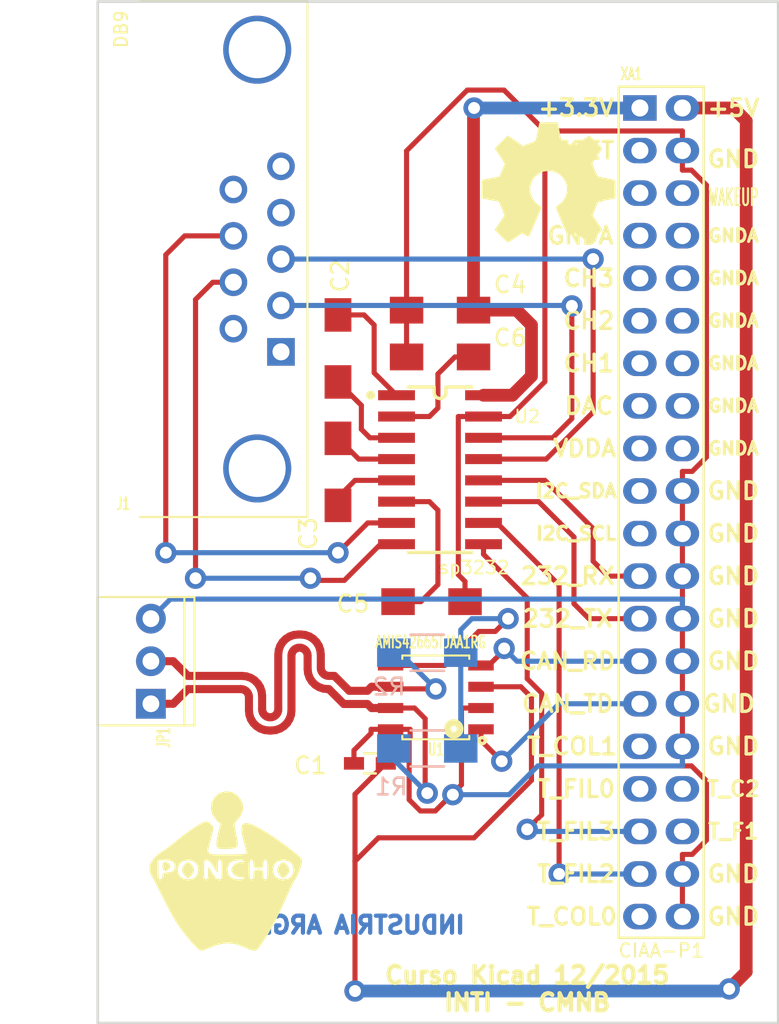
<source format=kicad_pcb>
(kicad_pcb (version 20171130) (host pcbnew "(5.1.12)-1")

  (general
    (thickness 1.6)
    (drawings 19)
    (tracks 328)
    (zones 0)
    (modules 15)
    (nets 23)
  )

  (page A4)
  (layers
    (0 TOP mixed)
    (31 BOTTOM mixed)
    (32 B.Adhes user hide)
    (34 B.Paste user hide)
    (35 F.Paste user hide)
    (36 B.SilkS user hide)
    (37 F.SilkS user hide)
    (38 B.Mask user hide)
    (39 F.Mask user hide)
    (40 Dwgs.User user)
    (41 Cmts.User user)
    (42 Eco1.User user)
    (43 Eco2.User user)
    (44 Edge.Cuts user)
    (45 Margin user)
    (46 B.CrtYd user)
    (47 F.CrtYd user)
    (48 B.Fab user)
    (49 F.Fab user)
  )

  (setup
    (last_trace_width 0.3048)
    (user_trace_width 0.3048)
    (user_trace_width 0.762)
    (trace_clearance 0.254)
    (zone_clearance 0.508)
    (zone_45_only yes)
    (trace_min 0.3048)
    (via_size 1.27)
    (via_drill 0.7112)
    (via_min_size 1.27)
    (via_min_drill 0.7112)
    (user_via 1.27 0.7112)
    (uvia_size 0.3)
    (uvia_drill 0.1)
    (uvias_allowed no)
    (uvia_min_size 0)
    (uvia_min_drill 0)
    (edge_width 0.15)
    (segment_width 0.2)
    (pcb_text_width 0.3)
    (pcb_text_size 1.5 1.5)
    (mod_edge_width 0.15)
    (mod_text_size 1 1)
    (mod_text_width 0.15)
    (pad_size 1.524 1.524)
    (pad_drill 0.762)
    (pad_to_mask_clearance 0.2)
    (aux_axis_origin 0 0)
    (visible_elements 7FFFFF7F)
    (pcbplotparams
      (layerselection 0x00030_80000001)
      (usegerberextensions false)
      (usegerberattributes true)
      (usegerberadvancedattributes true)
      (creategerberjobfile true)
      (excludeedgelayer true)
      (linewidth 0.100000)
      (plotframeref false)
      (viasonmask false)
      (mode 1)
      (useauxorigin false)
      (hpglpennumber 1)
      (hpglpenspeed 20)
      (hpglpendiameter 15.000000)
      (psnegative false)
      (psa4output false)
      (plotreference true)
      (plotvalue true)
      (plotinvisibletext false)
      (padsonsilk false)
      (subtractmaskfromsilk false)
      (outputformat 1)
      (mirror false)
      (drillshape 1)
      (scaleselection 1)
      (outputdirectory ""))
  )

  (net 0 "")
  (net 1 GND)
  (net 2 +5V)
  (net 3 "Net-(C2-Pad1)")
  (net 4 "Net-(C2-Pad2)")
  (net 5 "Net-(C3-Pad1)")
  (net 6 "Net-(C3-Pad2)")
  (net 7 "Net-(C4-Pad2)")
  (net 8 "Net-(C5-Pad2)")
  (net 9 +3.3V)
  (net 10 "Net-(J1-Pad2)")
  (net 11 "Net-(J1-Pad3)")
  (net 12 "Net-(J1-Pad7)")
  (net 13 "Net-(J1-Pad8)")
  (net 14 "Net-(R1-Pad2)")
  (net 15 /conector/CAN_TX)
  (net 16 /conector/CAN_RX)
  (net 17 /conector/RTS)
  (net 18 /conector/CTS)
  (net 19 /conector/RXD)
  (net 20 /conector/TXD)
  (net 21 /conector/CAN_P)
  (net 22 /conector/CAN_N)

  (net_class Default "This is the default net class."
    (clearance 0.254)
    (trace_width 0.3048)
    (via_dia 1.27)
    (via_drill 0.7112)
    (uvia_dia 0.3)
    (uvia_drill 0.1)
    (add_net +3.3V)
    (add_net +5V)
    (add_net /conector/CAN_N)
    (add_net /conector/CAN_P)
    (add_net /conector/CAN_RX)
    (add_net /conector/CAN_TX)
    (add_net /conector/CTS)
    (add_net /conector/RTS)
    (add_net /conector/RXD)
    (add_net /conector/TXD)
    (add_net GND)
    (add_net "Net-(C2-Pad1)")
    (add_net "Net-(C2-Pad2)")
    (add_net "Net-(C3-Pad1)")
    (add_net "Net-(C3-Pad2)")
    (add_net "Net-(C4-Pad2)")
    (add_net "Net-(C5-Pad2)")
    (add_net "Net-(J1-Pad2)")
    (add_net "Net-(J1-Pad3)")
    (add_net "Net-(J1-Pad7)")
    (add_net "Net-(J1-Pad8)")
    (add_net "Net-(R1-Pad2)")
  )

  (module ej2:C_0603_HandSoldering (layer TOP) (tedit 541A9B4D) (tstamp 565E006D)
    (at 130.556 127.635)
    (descr "Capacitor SMD 0603, hand soldering")
    (tags "capacitor 0603")
    (path /565DDB88/565DEA65)
    (attr smd)
    (fp_text reference C1 (at -3.556 0.127) (layer F.SilkS)
      (effects (font (size 1 1) (thickness 0.15)))
    )
    (fp_text value C (at 0 1.9) (layer F.Fab)
      (effects (font (size 1 1) (thickness 0.15)))
    )
    (fp_line (start -1.85 -0.75) (end 1.85 -0.75) (layer F.CrtYd) (width 0.05))
    (fp_line (start -1.85 0.75) (end 1.85 0.75) (layer F.CrtYd) (width 0.05))
    (fp_line (start -1.85 -0.75) (end -1.85 0.75) (layer F.CrtYd) (width 0.05))
    (fp_line (start 1.85 -0.75) (end 1.85 0.75) (layer F.CrtYd) (width 0.05))
    (fp_line (start -0.35 -0.6) (end 0.35 -0.6) (layer F.SilkS) (width 0.15))
    (fp_line (start 0.35 0.6) (end -0.35 0.6) (layer F.SilkS) (width 0.15))
    (pad 1 smd rect (at -0.95 0) (size 1.2 0.75) (layers TOP F.Paste F.Mask)
      (net 1 GND))
    (pad 2 smd rect (at 0.95 0) (size 1.2 0.75) (layers TOP F.Paste F.Mask)
      (net 2 +5V))
    (model Capacitors_SMD.3dshapes/C_0603_HandSoldering.wrl
      (at (xyz 0 0 0))
      (scale (xyz 1 1 1))
      (rotate (xyz 0 0 0))
    )
  )

  (module ej2:DB9_F_TH (layer TOP) (tedit 565E5CBF) (tstamp 565E009A)
    (at 123.825 97.536 90)
    (path /565DDBD2/565E18AA)
    (fp_text reference J1 (at -14.605 -8.001 180) (layer F.SilkS)
      (effects (font (size 0.7112 0.4572) (thickness 0.1143)))
    )
    (fp_text value DB9 (at 13.716 -8.128 90) (layer F.SilkS)
      (effects (font (size 0.762 0.762) (thickness 0.127)))
    )
    (fp_line (start 15.4 3) (end 15.4 -7) (layer F.SilkS) (width 0.127))
    (fp_line (start 15.4 -9.5) (end 15.4 -7) (layer Dwgs.User) (width 0.127))
    (fp_line (start -15.4 3) (end -15.4 -7) (layer F.SilkS) (width 0.127))
    (fp_line (start -15.4 -9.5) (end -15.4 -7) (layer Dwgs.User) (width 0.127))
    (fp_line (start -15.4 -9.1) (end 15.4 -9.1) (layer Dwgs.User) (width 0.127))
    (fp_line (start 10 -14.1) (end 10 -9.5) (layer Dwgs.User) (width 0.127))
    (fp_line (start 15 -14.1) (end 15 -9.5) (layer Dwgs.User) (width 0.127))
    (fp_line (start 10.4 -14.5) (end 14.6 -14.5) (layer Dwgs.User) (width 0.127))
    (fp_line (start -15 -14.1) (end -15 -9.5) (layer Dwgs.User) (width 0.127))
    (fp_line (start -10 -14.1) (end -10 -9.5) (layer Dwgs.User) (width 0.127))
    (fp_line (start -14.6 -14.5) (end -10.4 -14.5) (layer Dwgs.User) (width 0.127))
    (fp_line (start 14 -14.5) (end 14 -9.5) (layer Dwgs.User) (width 0.127))
    (fp_line (start 11 -14.5) (end 11 -9.5) (layer Dwgs.User) (width 0.127))
    (fp_line (start -11 -14.5) (end -11 -9.5) (layer Dwgs.User) (width 0.127))
    (fp_line (start -14 -14.5) (end -14 -9.5) (layer Dwgs.User) (width 0.127))
    (fp_line (start 7.8 -15.3) (end -7.8 -15.3) (layer Dwgs.User) (width 0.127))
    (fp_line (start 8.2 -14.9) (end 8.2 -9.5) (layer Dwgs.User) (width 0.127))
    (fp_line (start -8.2 -14.9) (end -8.2 -9.5) (layer Dwgs.User) (width 0.127))
    (fp_line (start 15.4 3) (end -15.4 3) (layer F.SilkS) (width 0.127))
    (fp_line (start -15.4 -9.5) (end 15.4 -9.5) (layer Dwgs.User) (width 0.127))
    (fp_arc (start -14.2 -14.3) (end -14.2 -14.5) (angle 90) (layer Dwgs.User) (width 0.127))
    (fp_arc (start -13.8 -14.3) (end -14 -14.3) (angle 90) (layer Dwgs.User) (width 0.127))
    (fp_arc (start -10.8 -14.3) (end -11 -14.3) (angle 90) (layer Dwgs.User) (width 0.127))
    (fp_arc (start -11.2 -14.3) (end -11.2 -14.5) (angle 90) (layer Dwgs.User) (width 0.127))
    (fp_arc (start 11.2 -14.3) (end 11 -14.3) (angle 90) (layer Dwgs.User) (width 0.127))
    (fp_arc (start 10.8 -14.3) (end 10.8 -14.5) (angle 90) (layer Dwgs.User) (width 0.127))
    (fp_arc (start 14.2 -14.3) (end 14 -14.3) (angle 90) (layer Dwgs.User) (width 0.127))
    (fp_arc (start 13.8 -14.3) (end 13.8 -14.5) (angle 90) (layer Dwgs.User) (width 0.127))
    (fp_arc (start -14.6 -14.1) (end -15 -14.1) (angle 90) (layer Dwgs.User) (width 0.127))
    (fp_arc (start -10.4 -14.1) (end -10.4 -14.5) (angle 90) (layer Dwgs.User) (width 0.127))
    (fp_arc (start 10.4 -14.1) (end 10 -14.1) (angle 90) (layer Dwgs.User) (width 0.127))
    (fp_arc (start 14.6 -14.1) (end 14.6 -14.5) (angle 90) (layer Dwgs.User) (width 0.127))
    (fp_arc (start -7.8 -14.9) (end -8.2 -14.9) (angle 90) (layer Dwgs.User) (width 0.127))
    (fp_arc (start 7.8 -14.9) (end 7.8 -15.3) (angle 90) (layer Dwgs.User) (width 0.127))
    (pad 1 thru_hole rect (at -5.5372 1.4224 90) (size 1.651 1.651) (drill 1.016) (layers *.Cu *.Mask))
    (pad 2 thru_hole circle (at -2.7686 1.4224 90) (size 1.651 1.651) (drill 1.016) (layers *.Cu *.Mask)
      (net 10 "Net-(J1-Pad2)"))
    (pad 3 thru_hole circle (at 0 1.4224 90) (size 1.651 1.651) (drill 1.016) (layers *.Cu *.Mask)
      (net 11 "Net-(J1-Pad3)"))
    (pad 4 thru_hole circle (at 2.7686 1.4224 90) (size 1.651 1.651) (drill 1.016) (layers *.Cu *.Mask))
    (pad 5 thru_hole circle (at 5.5372 1.4224 90) (size 1.651 1.651) (drill 1.016) (layers *.Cu *.Mask))
    (pad 6 thru_hole circle (at -4.1529 -1.4224 90) (size 1.651 1.651) (drill 1.016) (layers *.Cu *.Mask))
    (pad 7 thru_hole circle (at -1.3843 -1.4224 90) (size 1.651 1.651) (drill 1.016) (layers *.Cu *.Mask)
      (net 12 "Net-(J1-Pad7)"))
    (pad 8 thru_hole circle (at 1.3843 -1.4224 90) (size 1.651 1.651) (drill 1.016) (layers *.Cu *.Mask)
      (net 13 "Net-(J1-Pad8)"))
    (pad 9 thru_hole circle (at 4.1529 -1.4224 90) (size 1.651 1.651) (drill 1.016) (layers *.Cu *.Mask))
    (pad 10 thru_hole circle (at -12.4968 0 90) (size 4.064 4.064) (drill 3.4) (layers *.Cu *.Mask))
    (pad 11 thru_hole circle (at 12.4968 0 90) (size 4.064 4.064) (drill 3.4) (layers *.Cu *.Mask))
    (model ${KIPRJMOD}/ej2.3dshapes/db_9f.wrl
      (offset (xyz 0 7.873999881744385 0))
      (scale (xyz 1 1.1 1))
      (rotate (xyz 0 0 180))
    )
  )

  (module ej2:CON_PALETA_3 (layer TOP) (tedit 565F0CB6) (tstamp 565E00A1)
    (at 117.475 121.539 90)
    (path /565DDB88/565DEB3E)
    (fp_text reference JP1 (at -4.572 0.762 90) (layer F.SilkS)
      (effects (font (size 0.762 0.4572) (thickness 0.127)))
    )
    (fp_text value CONN_3 (at 0 3.3 90) (layer F.Fab)
      (effects (font (size 0.762 0.4572) (thickness 0.127)))
    )
    (fp_line (start 3.83 -3.2) (end 3.83 2.6) (layer F.SilkS) (width 0.127))
    (fp_line (start -3.83 -3.2) (end 3.83 -3.2) (layer F.SilkS) (width 0.127))
    (fp_line (start -3.83 2.6) (end -3.83 -3.2) (layer F.SilkS) (width 0.127))
    (fp_line (start 3.83 2.6) (end -3.83 2.6) (layer F.SilkS) (width 0.127))
    (fp_line (start 3.83 2) (end -3.83 2) (layer F.SilkS) (width 0.127))
    (pad 1 thru_hole rect (at -2.54 0 90) (size 1.778 1.778) (drill 1) (layers *.Cu *.Mask)
      (net 21 /conector/CAN_P))
    (pad 2 thru_hole circle (at 0 0 90) (size 1.778 1.778) (drill 1) (layers *.Cu *.Mask)
      (net 22 /conector/CAN_N))
    (pad 3 thru_hole circle (at 2.54 0 90) (size 1.778 1.778) (drill 1) (layers *.Cu *.Mask)
      (net 1 GND))
    (model ${KIPRJMOD}/ej2.3dshapes/CON_PALETA_3.wrl
      (offset (xyz 0 0.3047999954223633 0))
      (scale (xyz 0.395 0.395 0.395))
      (rotate (xyz 0 0 180))
    )
  )

  (module ej2:R_1206_HandSoldering (layer BOTTOM) (tedit 565E5D39) (tstamp 565E00A7)
    (at 133.985 126.746)
    (descr "Resistor SMD 1206, hand soldering")
    (tags "resistor 1206")
    (path /565DDB88/565DEAC4)
    (attr smd)
    (fp_text reference R1 (at -2.159 2.286) (layer B.SilkS)
      (effects (font (size 1 1) (thickness 0.15)) (justify mirror))
    )
    (fp_text value R (at -11.303 2.667) (layer B.Fab)
      (effects (font (size 1 1) (thickness 0.15)) (justify mirror))
    )
    (fp_line (start -3.3 1.2) (end 3.3 1.2) (layer B.CrtYd) (width 0.05))
    (fp_line (start -3.3 -1.2) (end 3.3 -1.2) (layer B.CrtYd) (width 0.05))
    (fp_line (start -3.3 1.2) (end -3.3 -1.2) (layer B.CrtYd) (width 0.05))
    (fp_line (start 3.3 1.2) (end 3.3 -1.2) (layer B.CrtYd) (width 0.05))
    (fp_line (start 1 -1.075) (end -1 -1.075) (layer B.SilkS) (width 0.15))
    (fp_line (start -1 1.075) (end 1 1.075) (layer B.SilkS) (width 0.15))
    (pad 1 smd rect (at -2 0) (size 2 1.7) (layers BOTTOM B.Paste B.Mask)
      (net 21 /conector/CAN_P))
    (pad 2 smd rect (at 2 0) (size 2 1.7) (layers BOTTOM B.Paste B.Mask)
      (net 14 "Net-(R1-Pad2)"))
    (model Resistors_SMD.3dshapes/R_1206_HandSoldering.wrl
      (at (xyz 0 0 0))
      (scale (xyz 1 1 1))
      (rotate (xyz 0 0 0))
    )
    (model ${KIPRJMOD}/ej2.3dshapes/R_1206_HandSoldering.wrl
      (at (xyz 0 0 0))
      (scale (xyz 1 1 1))
      (rotate (xyz 0 0 0))
    )
  )

  (module ej2:R_1206_HandSoldering (layer BOTTOM) (tedit 565E5D35) (tstamp 565E00AD)
    (at 133.985 121.031 180)
    (descr "Resistor SMD 1206, hand soldering")
    (tags "resistor 1206")
    (path /565DDB88/565DEB01)
    (attr smd)
    (fp_text reference R2 (at 2.286 -2.032 180) (layer B.SilkS)
      (effects (font (size 1 1) (thickness 0.15)) (justify mirror))
    )
    (fp_text value R (at 11.303 -9.017 180) (layer B.Fab)
      (effects (font (size 1 1) (thickness 0.15)) (justify mirror))
    )
    (fp_line (start -3.3 1.2) (end 3.3 1.2) (layer B.CrtYd) (width 0.05))
    (fp_line (start -3.3 -1.2) (end 3.3 -1.2) (layer B.CrtYd) (width 0.05))
    (fp_line (start -3.3 1.2) (end -3.3 -1.2) (layer B.CrtYd) (width 0.05))
    (fp_line (start 3.3 1.2) (end 3.3 -1.2) (layer B.CrtYd) (width 0.05))
    (fp_line (start 1 -1.075) (end -1 -1.075) (layer B.SilkS) (width 0.15))
    (fp_line (start -1 1.075) (end 1 1.075) (layer B.SilkS) (width 0.15))
    (pad 1 smd rect (at -2 0 180) (size 2 1.7) (layers BOTTOM B.Paste B.Mask)
      (net 14 "Net-(R1-Pad2)"))
    (pad 2 smd rect (at 2 0 180) (size 2 1.7) (layers BOTTOM B.Paste B.Mask)
      (net 22 /conector/CAN_N))
    (model Resistors_SMD.3dshapes/R_1206_HandSoldering.wrl
      (at (xyz 0 0 0))
      (scale (xyz 1 1 1))
      (rotate (xyz 0 0 0))
    )
    (model ${KIPRJMOD}/ej2.3dshapes/R_1206_HandSoldering.wrl
      (at (xyz 0 0 0))
      (scale (xyz 1 1 1))
      (rotate (xyz 0 0 0))
    )
  )

  (module ej2:SOIC-8 (layer TOP) (tedit 53B412FC) (tstamp 565E00B9)
    (at 134.493 123.698 180)
    (descr SO-8)
    (path /565DDB88/565DE9FC)
    (fp_text reference U1 (at 0 -3.1 180) (layer F.SilkS)
      (effects (font (size 0.7112 0.4572) (thickness 0.1143)))
    )
    (fp_text value AMIS42665TJAA1RG (at 0.3 3.3 180) (layer F.SilkS)
      (effects (font (size 0.7112 0.4572) (thickness 0.1143)))
    )
    (fp_line (start -2 -2.5) (end -2 -2.3) (layer F.SilkS) (width 0.127))
    (fp_line (start -2 2.5) (end -2 2.3) (layer F.SilkS) (width 0.127))
    (fp_line (start 2 2.5) (end 2 2.3) (layer F.SilkS) (width 0.127))
    (fp_line (start 2 -2.5) (end 2 -2.3) (layer F.SilkS) (width 0.127))
    (fp_line (start 2 -2.5) (end -2 -2.5) (layer F.SilkS) (width 0.127))
    (fp_line (start -2 2.5) (end 2 2.5) (layer F.SilkS) (width 0.127))
    (fp_circle (center -2.7746 -2.5764) (end -2.8 -2.5) (layer F.SilkS) (width 0.2032))
    (fp_circle (center -1.0746 -1.8764) (end -1.1 -1.7) (layer F.SilkS) (width 0.4))
    (pad 1 smd rect (at -2.7 -1.905 90) (size 0.6 1.52) (layers TOP F.Paste F.Mask)
      (net 15 /conector/CAN_TX))
    (pad 2 smd rect (at -2.7 -0.635 90) (size 0.6 1.52) (layers TOP F.Paste F.Mask)
      (net 1 GND))
    (pad 3 smd rect (at -2.7 0.635 90) (size 0.6 1.52) (layers TOP F.Paste F.Mask)
      (net 2 +5V))
    (pad 4 smd rect (at -2.7 1.905 90) (size 0.6 1.52) (layers TOP F.Paste F.Mask)
      (net 16 /conector/CAN_RX))
    (pad 5 smd rect (at 2.7 1.905 90) (size 0.6 1.52) (layers TOP F.Paste F.Mask)
      (net 14 "Net-(R1-Pad2)"))
    (pad 6 smd rect (at 2.7 0.635 90) (size 0.6 1.52) (layers TOP F.Paste F.Mask)
      (net 22 /conector/CAN_N))
    (pad 7 smd rect (at 2.7 -0.635 90) (size 0.6 1.52) (layers TOP F.Paste F.Mask)
      (net 21 /conector/CAN_P))
    (pad 8 smd rect (at 2.7 -1.905 90) (size 0.6 1.52) (layers TOP F.Paste F.Mask)
      (net 1 GND))
    (model ${KIPRJMOD}/ej2.3dshapes/so-8.wrl
      (at (xyz 0 0 0))
      (scale (xyz 1 1 1))
      (rotate (xyz 0 0 90))
    )
  )

  (module ej2:SP3232ECN-SOIC16N (layer TOP) (tedit 565E5CF5) (tstamp 565E00CD)
    (at 134.747 110.109 270)
    (descr "SMALL OUTLINE INTEGRATED CIRCUIT")
    (tags "SMALL OUTLINE INTEGRATED CIRCUIT")
    (path /565DDBD2/565E1DDE)
    (attr smd)
    (fp_text reference U2 (at -3.175 -5.207) (layer F.SilkS)
      (effects (font (size 0.762 0.762) (thickness 0.1143)))
    )
    (fp_text value sp3232 (at 5.842 -2.032) (layer F.SilkS)
      (effects (font (size 0.762 0.762) (thickness 0.1143)))
    )
    (fp_line (start -4.6 0.35) (end -4.9 0.35) (layer F.SilkS) (width 0.2032))
    (fp_line (start -4.6 -0.35) (end -4.9 -0.35) (layer F.SilkS) (width 0.2032))
    (fp_line (start -4.93776 1.89992) (end -4.93776 0.35) (layer F.SilkS) (width 0.2032))
    (fp_line (start -4.93776 -0.35) (end -4.93776 -1.89992) (layer F.SilkS) (width 0.2032))
    (fp_line (start 4.93776 -1.89992) (end 4.93776 1.39954) (layer F.SilkS) (width 0.2032))
    (fp_line (start 4.93776 1.39954) (end 4.93776 1.89992) (layer F.SilkS) (width 0.2032))
    (fp_circle (center -4.45 4.15) (end -4.35 4.05) (layer F.SilkS) (width 0.254))
    (fp_arc (start -4.6 0) (end -4.6 -0.35) (angle 180) (layer F.SilkS) (width 0.2032))
    (pad 1 smd rect (at -4.445 2.59842 270) (size 0.59944 2.19964) (layers TOP F.Paste F.Mask)
      (net 3 "Net-(C2-Pad1)"))
    (pad 2 smd rect (at -3.175 2.59842 270) (size 0.59944 2.19964) (layers TOP F.Paste F.Mask)
      (net 7 "Net-(C4-Pad2)"))
    (pad 3 smd rect (at -1.905 2.59842 270) (size 0.59944 2.19964) (layers TOP F.Paste F.Mask)
      (net 4 "Net-(C2-Pad2)"))
    (pad 4 smd rect (at -0.635 2.59842 270) (size 0.59944 2.19964) (layers TOP F.Paste F.Mask)
      (net 5 "Net-(C3-Pad1)"))
    (pad 5 smd rect (at 0.635 2.59842 270) (size 0.59944 2.19964) (layers TOP F.Paste F.Mask)
      (net 6 "Net-(C3-Pad2)"))
    (pad 6 smd rect (at 1.905 2.59842 270) (size 0.59944 2.19964) (layers TOP F.Paste F.Mask)
      (net 8 "Net-(C5-Pad2)"))
    (pad 7 smd rect (at 3.175 2.59842 270) (size 0.59944 2.19964) (layers TOP F.Paste F.Mask)
      (net 13 "Net-(J1-Pad8)"))
    (pad 8 smd rect (at 4.445 2.59842 270) (size 0.59944 2.19964) (layers TOP F.Paste F.Mask)
      (net 12 "Net-(J1-Pad7)"))
    (pad 9 smd rect (at 4.445 -2.59842 270) (size 0.59944 2.19964) (layers TOP F.Paste F.Mask)
      (net 17 /conector/RTS))
    (pad 10 smd rect (at 3.175 -2.59842 270) (size 0.59944 2.19964) (layers TOP F.Paste F.Mask)
      (net 18 /conector/CTS))
    (pad 11 smd rect (at 1.905 -2.59842 270) (size 0.59944 2.19964) (layers TOP F.Paste F.Mask)
      (net 19 /conector/RXD))
    (pad 12 smd rect (at 0.635 -2.59842 270) (size 0.59944 2.19964) (layers TOP F.Paste F.Mask)
      (net 20 /conector/TXD))
    (pad 13 smd rect (at -0.635 -2.59842 270) (size 0.59944 2.19964) (layers TOP F.Paste F.Mask)
      (net 11 "Net-(J1-Pad3)"))
    (pad 14 smd rect (at -1.905 -2.59842 270) (size 0.59944 2.19964) (layers TOP F.Paste F.Mask)
      (net 10 "Net-(J1-Pad2)"))
    (pad 15 smd rect (at -3.175 -2.59842 270) (size 0.59944 2.19964) (layers TOP F.Paste F.Mask)
      (net 1 GND))
    (pad 16 smd rect (at -4.445 -2.59842 270) (size 0.59944 2.19964) (layers TOP F.Paste F.Mask)
      (net 9 +3.3V))
    (model ${KIPRJMOD}/ej2.3dshapes/so-16.wrl
      (at (xyz 0 0 0))
      (scale (xyz 1 1 1))
      (rotate (xyz 0 0 0))
    )
  )

  (module ej2:Conn_Poncho_Derecha (layer TOP) (tedit 565E5C41) (tstamp 565E00F9)
    (at 146.685 88.519)
    (tags "CONN Poncho")
    (path /565DDB88/565DE9C0)
    (fp_text reference XA1 (at -0.508 -2.032) (layer F.SilkS)
      (effects (font (size 0.7112 0.4572) (thickness 0.1143)))
    )
    (fp_text value Conn_Poncho2P_2x_20x2 (at 0.508 51.562) (layer F.SilkS) hide
      (effects (font (size 0.7112 0.4572) (thickness 0.1143)))
    )
    (fp_line (start -1.27 49.53) (end -1.27 -1.27) (layer F.SilkS) (width 0.15))
    (fp_line (start 3.81 49.53) (end 3.81 -1.27) (layer F.SilkS) (width 0.15))
    (fp_line (start 3.81 49.53) (end -1.27 49.53) (layer F.SilkS) (width 0.15))
    (fp_line (start 3.81 -1.27) (end -1.27 -1.27) (layer F.SilkS) (width 0.15))
    (fp_text user GND (at 5.588 48.26) (layer F.SilkS)
      (effects (font (size 1 1) (thickness 0.2)))
    )
    (fp_text user GND (at 5.588 45.72) (layer F.SilkS)
      (effects (font (size 1 1) (thickness 0.2)))
    )
    (fp_text user T_F1 (at 5.588 43.18) (layer F.SilkS)
      (effects (font (size 0.9 0.9) (thickness 0.18)))
    )
    (fp_text user T_C2 (at 5.588 40.64) (layer F.SilkS)
      (effects (font (size 0.9 0.9) (thickness 0.18)))
    )
    (fp_text user GND (at 5.588 38.1) (layer F.SilkS)
      (effects (font (size 1 1) (thickness 0.2)))
    )
    (fp_text user GND (at 5.334 35.56) (layer F.SilkS)
      (effects (font (size 1 1) (thickness 0.2)))
    )
    (fp_text user GND (at 5.588 33.02) (layer F.SilkS)
      (effects (font (size 1 1) (thickness 0.2)))
    )
    (fp_text user GND (at 5.588 30.48) (layer F.SilkS)
      (effects (font (size 1 1) (thickness 0.2)))
    )
    (fp_text user GND (at 5.588 27.94) (layer F.SilkS)
      (effects (font (size 1 1) (thickness 0.2)))
    )
    (fp_text user GND (at 5.588 25.4) (layer F.SilkS)
      (effects (font (size 1 1) (thickness 0.2)))
    )
    (fp_text user GND (at 5.588 22.86) (layer F.SilkS)
      (effects (font (size 1 1) (thickness 0.2)))
    )
    (fp_text user GNDA (at 5.588 20.32) (layer F.SilkS)
      (effects (font (size 0.76 0.76) (thickness 0.19)))
    )
    (fp_text user GNDA (at 5.588 17.78) (layer F.SilkS)
      (effects (font (size 0.76 0.76) (thickness 0.19)))
    )
    (fp_text user GNDA (at 5.588 15.24) (layer F.SilkS)
      (effects (font (size 0.76 0.76) (thickness 0.19)))
    )
    (fp_text user GNDA (at 5.588 12.7) (layer F.SilkS)
      (effects (font (size 0.76 0.76) (thickness 0.19)))
    )
    (fp_text user GNDA (at 5.588 10.16) (layer F.SilkS)
      (effects (font (size 0.76 0.76) (thickness 0.19)))
    )
    (fp_text user GNDA (at 5.588 7.62) (layer F.SilkS)
      (effects (font (size 0.76 0.76) (thickness 0.19)))
    )
    (fp_text user WAKEUP (at 5.588 5.334) (layer F.SilkS)
      (effects (font (size 1 0.5) (thickness 0.125)))
    )
    (fp_text user GND (at 5.588 3.048) (layer F.SilkS)
      (effects (font (size 1 1) (thickness 0.2)))
    )
    (fp_text user +5V (at 5.588 0) (layer F.SilkS)
      (effects (font (size 1 1) (thickness 0.2)))
    )
    (fp_text user T_COL0 (at -4.064 48.26) (layer F.SilkS)
      (effects (font (size 1 1) (thickness 0.2)))
    )
    (fp_text user T_FIL2 (at -3.81 45.72) (layer F.SilkS)
      (effects (font (size 1 1) (thickness 0.2)))
    )
    (fp_text user T_FIL3 (at -3.81 43.18) (layer F.SilkS)
      (effects (font (size 1 1) (thickness 0.2)))
    )
    (fp_text user T_FIL0 (at -3.81 40.64) (layer F.SilkS)
      (effects (font (size 1 1) (thickness 0.2)))
    )
    (fp_text user T_COL1 (at -4.064 38.1) (layer F.SilkS)
      (effects (font (size 1 1) (thickness 0.2)))
    )
    (fp_text user CAN_TD (at -4.318 35.56) (layer F.SilkS)
      (effects (font (size 1 1) (thickness 0.2)))
    )
    (fp_text user CAN_RD (at -4.318 33.02) (layer F.SilkS)
      (effects (font (size 1 1) (thickness 0.2)))
    )
    (fp_text user 232_TX (at -4.318 30.48) (layer F.SilkS)
      (effects (font (size 1 1) (thickness 0.2)))
    )
    (fp_text user 232_RX (at -4.318 27.94) (layer F.SilkS)
      (effects (font (size 1 1) (thickness 0.2)))
    )
    (fp_text user I2C_SCL (at -3.81 25.4) (layer F.SilkS)
      (effects (font (size 0.8 0.8) (thickness 0.2)))
    )
    (fp_text user I2C_SDA (at -3.81 22.86) (layer F.SilkS)
      (effects (font (size 0.8 0.8) (thickness 0.2)))
    )
    (fp_text user VDDA (at -3.302 20.32) (layer F.SilkS)
      (effects (font (size 1 1) (thickness 0.2)))
    )
    (fp_text user DAC (at -3.048 17.78) (layer F.SilkS)
      (effects (font (size 1 1) (thickness 0.2)))
    )
    (fp_text user CH1 (at -3.048 15.24) (layer F.SilkS)
      (effects (font (size 1 1) (thickness 0.2)))
    )
    (fp_text user CH2 (at -3.048 12.7) (layer F.SilkS)
      (effects (font (size 1 1) (thickness 0.2)))
    )
    (fp_text user CH3 (at -3.048 10.16) (layer F.SilkS)
      (effects (font (size 1 1) (thickness 0.2)))
    )
    (fp_text user GNDA (at -3.556 7.62) (layer F.SilkS)
      (effects (font (size 1 1) (thickness 0.2)))
    )
    (fp_text user ISP (at -2.794 5.08) (layer F.SilkS)
      (effects (font (size 1 1) (thickness 0.2)))
    )
    (fp_text user RESET (at -3.81 2.54) (layer F.SilkS)
      (effects (font (size 1 1) (thickness 0.2)))
    )
    (fp_text user CIAA-P1 (at 1.27 50.292) (layer F.SilkS)
      (effects (font (size 0.8 0.8) (thickness 0.12)))
    )
    (fp_text user +3.3V (at -3.81 0) (layer F.SilkS)
      (effects (font (size 1 1) (thickness 0.2)))
    )
    (pad 1 thru_hole rect (at 0 0 270) (size 1.524 2) (drill 1.016) (layers *.Cu *.Mask)
      (net 9 +3.3V))
    (pad 2 thru_hole oval (at 2.54 0 270) (size 1.524 2) (drill 1.016) (layers *.Cu *.Mask)
      (net 2 +5V))
    (pad 11 thru_hole oval (at 0 12.7 270) (size 1.524 2) (drill 1.016) (layers *.Cu *.Mask))
    (pad 4 thru_hole oval (at 2.54 2.54 270) (size 1.524 2) (drill 1.016) (layers *.Cu *.Mask)
      (net 1 GND))
    (pad 13 thru_hole oval (at 0 15.24 270) (size 1.524 2) (drill 1.016) (layers *.Cu *.Mask))
    (pad 6 thru_hole oval (at 2.54 5.08 270) (size 1.524 2) (drill 1.016) (layers *.Cu *.Mask))
    (pad 15 thru_hole oval (at 0 17.78 270) (size 1.524 2) (drill 1.016) (layers *.Cu *.Mask))
    (pad 8 thru_hole oval (at 2.54 7.62 270) (size 1.524 2) (drill 1.016) (layers *.Cu *.Mask))
    (pad 17 thru_hole oval (at 0 20.32 270) (size 1.524 2) (drill 1.016) (layers *.Cu *.Mask))
    (pad 10 thru_hole oval (at 2.54 10.16 270) (size 1.524 2) (drill 1.016) (layers *.Cu *.Mask))
    (pad 19 thru_hole oval (at 0 22.86 270) (size 1.524 2) (drill 1.016) (layers *.Cu *.Mask))
    (pad 12 thru_hole oval (at 2.54 12.7 270) (size 1.524 2) (drill 1.016) (layers *.Cu *.Mask))
    (pad 21 thru_hole oval (at 0 25.4 270) (size 1.524 2) (drill 1.016) (layers *.Cu *.Mask))
    (pad 14 thru_hole oval (at 2.54 15.24 270) (size 1.524 2) (drill 1.016) (layers *.Cu *.Mask))
    (pad 23 thru_hole oval (at 0 27.94 270) (size 1.524 2) (drill 1.016) (layers *.Cu *.Mask)
      (net 20 /conector/TXD))
    (pad 16 thru_hole oval (at 2.54 17.78 270) (size 1.524 2) (drill 1.016) (layers *.Cu *.Mask))
    (pad 25 thru_hole oval (at 0 30.48 270) (size 1.524 2) (drill 1.016) (layers *.Cu *.Mask)
      (net 19 /conector/RXD))
    (pad 18 thru_hole oval (at 2.54 20.32 270) (size 1.524 2) (drill 1.016) (layers *.Cu *.Mask))
    (pad 27 thru_hole oval (at 0 33.02 270) (size 1.524 2) (drill 1.016) (layers *.Cu *.Mask)
      (net 16 /conector/CAN_RX))
    (pad 20 thru_hole oval (at 2.54 22.86 270) (size 1.524 2) (drill 1.016) (layers *.Cu *.Mask)
      (net 1 GND))
    (pad 29 thru_hole oval (at 0 35.56 270) (size 1.524 2) (drill 1.016) (layers *.Cu *.Mask)
      (net 15 /conector/CAN_TX))
    (pad 22 thru_hole oval (at 2.54 25.4 270) (size 1.524 2) (drill 1.016) (layers *.Cu *.Mask)
      (net 1 GND))
    (pad 31 thru_hole oval (at 0 38.1 270) (size 1.524 2) (drill 1.016) (layers *.Cu *.Mask))
    (pad 24 thru_hole oval (at 2.54 27.94 270) (size 1.524 2) (drill 1.016) (layers *.Cu *.Mask)
      (net 1 GND))
    (pad 26 thru_hole oval (at 2.54 30.48 270) (size 1.524 2) (drill 1.016) (layers *.Cu *.Mask)
      (net 1 GND))
    (pad 33 thru_hole oval (at 0 40.64 270) (size 1.524 2) (drill 1.016) (layers *.Cu *.Mask))
    (pad 28 thru_hole oval (at 2.54 33.02 270) (size 1.524 2) (drill 1.016) (layers *.Cu *.Mask)
      (net 1 GND))
    (pad 32 thru_hole oval (at 2.54 38.1 270) (size 1.524 2) (drill 1.016) (layers *.Cu *.Mask)
      (net 1 GND))
    (pad 34 thru_hole oval (at 2.54 40.64 270) (size 1.524 2) (drill 1.016) (layers *.Cu *.Mask))
    (pad 36 thru_hole oval (at 2.54 43.18 270) (size 1.524 2) (drill 1.016) (layers *.Cu *.Mask))
    (pad 38 thru_hole oval (at 2.54 45.72 270) (size 1.524 2) (drill 1.016) (layers *.Cu *.Mask)
      (net 1 GND))
    (pad 35 thru_hole oval (at 0 43.18 270) (size 1.524 2) (drill 1.016) (layers *.Cu *.Mask)
      (net 17 /conector/RTS))
    (pad 37 thru_hole oval (at 0 45.72 270) (size 1.524 2) (drill 1.016) (layers *.Cu *.Mask)
      (net 18 /conector/CTS))
    (pad 3 thru_hole oval (at 0 2.54 270) (size 1.524 2) (drill 1.016) (layers *.Cu *.Mask))
    (pad 5 thru_hole oval (at 0 5.08 270) (size 1.524 2) (drill 1.016) (layers *.Cu *.Mask))
    (pad 7 thru_hole oval (at 0 7.62 270) (size 1.524 2) (drill 1.016) (layers *.Cu *.Mask))
    (pad 9 thru_hole oval (at 0 10.16 270) (size 1.524 2) (drill 1.016) (layers *.Cu *.Mask))
    (pad 39 thru_hole oval (at 0 48.26 270) (size 1.524 2) (drill 1.016) (layers *.Cu *.Mask))
    (pad 40 thru_hole oval (at 2.54 48.26 270) (size 1.524 2) (drill 1.016) (layers *.Cu *.Mask)
      (net 1 GND))
    (pad 30 thru_hole oval (at 2.54 35.56 270) (size 1.524 2) (drill 1.016) (layers *.Cu *.Mask)
      (net 1 GND))
    (model ${KIPRJMOD}/ej2.3dshapes/pin_strip_20x2.wrl
      (offset (xyz 1.269999980926514 -24.12999963760376 -1.600199975967407))
      (scale (xyz 1 1 1))
      (rotate (xyz 180 0 90))
    )
  )

  (module ej2:C_1206_HandSoldering (layer TOP) (tedit 565E5CA1) (tstamp 565E0F40)
    (at 128.651 102.87 270)
    (path /565DDBD2/565E179D)
    (fp_text reference C2 (at -4.318 -0.127 270) (layer F.SilkS)
      (effects (font (size 1 1) (thickness 0.15)))
    )
    (fp_text value C (at 0 3.81 270) (layer F.Fab)
      (effects (font (size 1 1) (thickness 0.15)))
    )
    (fp_line (start -3.3 1.15) (end 3.3 1.15) (layer F.CrtYd) (width 0.15))
    (fp_line (start -3.3 -1.15) (end 3.3 -1.15) (layer F.CrtYd) (width 0.15))
    (fp_line (start 3.3 -1.15) (end 3.3 1.15) (layer F.CrtYd) (width 0.15))
    (fp_line (start -3.3 -1.15) (end -3.3 1.15) (layer F.CrtYd) (width 0.15))
    (pad 1 smd rect (at -2 0 270) (size 2 1.6) (layers TOP F.Paste F.Mask)
      (net 3 "Net-(C2-Pad1)"))
    (pad 2 smd rect (at 2 0 270) (size 2 1.6) (layers TOP F.Paste F.Mask)
      (net 4 "Net-(C2-Pad2)"))
    (model ${KIPRJMOD}/ej2.3dshapes/C_1206_HandSoldering.wrl
      (at (xyz 0 0 0))
      (scale (xyz 1 1 1))
      (rotate (xyz 0 0 0))
    )
  )

  (module ej2:C_1206_HandSoldering (layer TOP) (tedit 565E5CB3) (tstamp 565E0F4A)
    (at 128.651 110.236 270)
    (path /565DDBD2/565E17F4)
    (fp_text reference C3 (at 3.683 1.778 270) (layer F.SilkS)
      (effects (font (size 1 1) (thickness 0.15)))
    )
    (fp_text value C (at 0 3.81 270) (layer F.Fab)
      (effects (font (size 1 1) (thickness 0.15)))
    )
    (fp_line (start -3.3 1.15) (end 3.3 1.15) (layer F.CrtYd) (width 0.15))
    (fp_line (start -3.3 -1.15) (end 3.3 -1.15) (layer F.CrtYd) (width 0.15))
    (fp_line (start 3.3 -1.15) (end 3.3 1.15) (layer F.CrtYd) (width 0.15))
    (fp_line (start -3.3 -1.15) (end -3.3 1.15) (layer F.CrtYd) (width 0.15))
    (pad 1 smd rect (at -2 0 270) (size 2 1.6) (layers TOP F.Paste F.Mask)
      (net 5 "Net-(C3-Pad1)"))
    (pad 2 smd rect (at 2 0 270) (size 2 1.6) (layers TOP F.Paste F.Mask)
      (net 6 "Net-(C3-Pad2)"))
    (model ${KIPRJMOD}/ej2.3dshapes/C_1206_HandSoldering.wrl
      (at (xyz 0 0 0))
      (scale (xyz 1 1 1))
      (rotate (xyz 0 0 0))
    )
  )

  (module ej2:C_1206_HandSoldering (layer TOP) (tedit 565E5C92) (tstamp 565E0F54)
    (at 134.747 103.378)
    (path /565DDBD2/565E183D)
    (fp_text reference C4 (at 4.191 -4.318) (layer F.SilkS)
      (effects (font (size 1 1) (thickness 0.15)))
    )
    (fp_text value C (at 0 3.81) (layer F.Fab)
      (effects (font (size 1 1) (thickness 0.15)))
    )
    (fp_line (start -3.3 1.15) (end 3.3 1.15) (layer F.CrtYd) (width 0.15))
    (fp_line (start -3.3 -1.15) (end 3.3 -1.15) (layer F.CrtYd) (width 0.15))
    (fp_line (start 3.3 -1.15) (end 3.3 1.15) (layer F.CrtYd) (width 0.15))
    (fp_line (start -3.3 -1.15) (end -3.3 1.15) (layer F.CrtYd) (width 0.15))
    (pad 1 smd rect (at -2 0) (size 2 1.6) (layers TOP F.Paste F.Mask)
      (net 1 GND))
    (pad 2 smd rect (at 2 0) (size 2 1.6) (layers TOP F.Paste F.Mask)
      (net 7 "Net-(C4-Pad2)"))
    (model ${KIPRJMOD}/ej2.3dshapes/C_1206_HandSoldering.wrl
      (at (xyz 0 0 0))
      (scale (xyz 1 1 1))
      (rotate (xyz 0 0 0))
    )
  )

  (module ej2:C_1206_HandSoldering (layer TOP) (tedit 565E5D2C) (tstamp 565E0F5E)
    (at 134.239 117.983 180)
    (path /565DDBD2/565E1864)
    (fp_text reference C5 (at 4.699 -0.127 180) (layer F.SilkS)
      (effects (font (size 1 1) (thickness 0.15)))
    )
    (fp_text value C (at 0 3.81 180) (layer F.Fab)
      (effects (font (size 1 1) (thickness 0.15)))
    )
    (fp_line (start -3.3 1.15) (end 3.3 1.15) (layer F.CrtYd) (width 0.15))
    (fp_line (start -3.3 -1.15) (end 3.3 -1.15) (layer F.CrtYd) (width 0.15))
    (fp_line (start 3.3 -1.15) (end 3.3 1.15) (layer F.CrtYd) (width 0.15))
    (fp_line (start -3.3 -1.15) (end -3.3 1.15) (layer F.CrtYd) (width 0.15))
    (pad 1 smd rect (at -2 0 180) (size 2 1.6) (layers TOP F.Paste F.Mask)
      (net 1 GND))
    (pad 2 smd rect (at 2 0 180) (size 2 1.6) (layers TOP F.Paste F.Mask)
      (net 8 "Net-(C5-Pad2)"))
    (model ${KIPRJMOD}/ej2.3dshapes/C_1206_HandSoldering.wrl
      (at (xyz 0 0 0))
      (scale (xyz 1 1 1))
      (rotate (xyz 0 0 0))
    )
  )

  (module ej2:C_1206_HandSoldering (layer TOP) (tedit 565E5C8C) (tstamp 565E0F68)
    (at 134.747 100.584 180)
    (path /565DDBD2/565E1883)
    (fp_text reference C6 (at -4.191 -1.651 180) (layer F.SilkS)
      (effects (font (size 1 1) (thickness 0.15)))
    )
    (fp_text value C (at 0 3.81 180) (layer F.Fab)
      (effects (font (size 1 1) (thickness 0.15)))
    )
    (fp_line (start -3.3 1.15) (end 3.3 1.15) (layer F.CrtYd) (width 0.15))
    (fp_line (start -3.3 -1.15) (end 3.3 -1.15) (layer F.CrtYd) (width 0.15))
    (fp_line (start 3.3 -1.15) (end 3.3 1.15) (layer F.CrtYd) (width 0.15))
    (fp_line (start -3.3 -1.15) (end -3.3 1.15) (layer F.CrtYd) (width 0.15))
    (pad 1 smd rect (at -2 0 180) (size 2 1.6) (layers TOP F.Paste F.Mask)
      (net 9 +3.3V))
    (pad 2 smd rect (at 2 0 180) (size 2 1.6) (layers TOP F.Paste F.Mask)
      (net 1 GND))
    (model ${KIPRJMOD}/ej2.3dshapes/C_1206_HandSoldering.wrl
      (at (xyz 0 0 0))
      (scale (xyz 1 1 1))
      (rotate (xyz 0 0 0))
    )
  )

  (module ej2:Logo_Poncho (layer TOP) (tedit 565F0B4C) (tstamp 565F0CEB)
    (at 121.92 134.112)
    (fp_text reference Gxxx (at 0.127 5.588) (layer F.SilkS) hide
      (effects (font (size 1.524 1.524) (thickness 0.3)))
    )
    (fp_text value LOGO (at 0.762 7.493) (layer F.SilkS) hide
      (effects (font (size 1.524 1.524) (thickness 0.3)))
    )
    (fp_poly (pts (xy 4.535714 -0.627021) (xy 4.498746 -0.420109) (xy 4.405012 -0.1352) (xy 4.280272 0.162897)
      (xy 4.150281 0.409374) (xy 4.123376 0.447413) (xy 4.123376 -0.123701) (xy 4.058326 -0.436938)
      (xy 3.869112 -0.644378) (xy 3.564639 -0.737671) (xy 3.463636 -0.742208) (xy 3.129516 -0.681223)
      (xy 2.908248 -0.503835) (xy 2.808734 -0.218392) (xy 2.803896 -0.123701) (xy 2.868946 0.189536)
      (xy 3.058159 0.396975) (xy 3.362633 0.490269) (xy 3.463636 0.494805) (xy 3.797606 0.436492)
      (xy 3.958441 0.32987) (xy 4.092315 0.09203) (xy 4.123376 -0.123701) (xy 4.123376 0.447413)
      (xy 4.089856 0.494805) (xy 4.013749 0.621925) (xy 3.89522 0.861365) (xy 3.753792 1.172585)
      (xy 3.672876 1.360714) (xy 3.421635 1.929272) (xy 3.149718 2.496808) (xy 2.869494 3.041693)
      (xy 2.593334 3.542296) (xy 2.556493 3.603955) (xy 2.556493 -0.123701) (xy 2.552598 -0.439936)
      (xy 2.534834 -0.625484) (xy 2.494089 -0.714524) (xy 2.421247 -0.741238) (xy 2.391558 -0.742208)
      (xy 2.270831 -0.703329) (xy 2.228325 -0.558669) (xy 2.226623 -0.494805) (xy 2.206189 -0.31957)
      (xy 2.109798 -0.254982) (xy 1.97922 -0.247402) (xy 1.803985 -0.267837) (xy 1.739397 -0.364227)
      (xy 1.731818 -0.494805) (xy 1.705898 -0.675896) (xy 1.609459 -0.739655) (xy 1.566883 -0.742208)
      (xy 1.482553 -0.727599) (xy 1.433074 -0.660988) (xy 1.40933 -0.508193) (xy 1.402206 -0.235036)
      (xy 1.401948 -0.123701) (xy 1.405843 0.192533) (xy 1.423606 0.378081) (xy 1.464351 0.467122)
      (xy 1.537193 0.493835) (xy 1.566883 0.494805) (xy 1.680559 0.462518) (xy 1.726426 0.336472)
      (xy 1.731818 0.206169) (xy 1.745609 0.012245) (xy 1.815564 -0.067294) (xy 1.97922 -0.082467)
      (xy 2.145441 -0.066377) (xy 2.213617 0.015237) (xy 2.226623 0.206169) (xy 2.245073 0.405103)
      (xy 2.317099 0.48537) (xy 2.391558 0.494805) (xy 2.475887 0.480197) (xy 2.525367 0.413586)
      (xy 2.549111 0.260791) (xy 2.556234 -0.012366) (xy 2.556493 -0.123701) (xy 2.556493 3.603955)
      (xy 2.33361 3.976986) (xy 2.102692 4.324132) (xy 1.912952 4.562103) (xy 1.781691 4.667512)
      (xy 1.660102 4.654002) (xy 1.438445 4.580892) (xy 1.163465 4.463746) (xy 1.154545 4.459546)
      (xy 1.154545 0.36149) (xy 1.110706 0.268405) (xy 0.956623 0.266159) (xy 0.938776 0.269422)
      (xy 0.717011 0.243945) (xy 0.523128 0.11531) (xy 0.417755 -0.07121) (xy 0.412337 -0.123701)
      (xy 0.484303 -0.318602) (xy 0.658393 -0.472009) (xy 0.871896 -0.536691) (xy 0.949632 -0.528355)
      (xy 1.105982 -0.515384) (xy 1.154279 -0.597467) (xy 1.154545 -0.609566) (xy 1.114247 -0.69528)
      (xy 0.970303 -0.735064) (xy 0.783441 -0.742208) (xy 0.429195 -0.687347) (xy 0.198088 -0.523118)
      (xy 0.090717 -0.250044) (xy 0.082467 -0.123701) (xy 0.144642 0.188869) (xy 0.330769 0.392787)
      (xy 0.640252 0.487526) (xy 0.783441 0.494805) (xy 1.022962 0.480515) (xy 1.134243 0.429291)
      (xy 1.154545 0.36149) (xy 1.154545 4.459546) (xy 1.148315 4.456614) (xy 0.592041 4.256938)
      (xy 0.061238 4.207886) (xy -0.164935 4.249843) (xy -0.164935 -0.123701) (xy -0.168831 -0.439936)
      (xy -0.186594 -0.625484) (xy -0.227339 -0.714524) (xy -0.300181 -0.741238) (xy -0.329871 -0.742208)
      (xy -0.435349 -0.716231) (xy -0.483875 -0.609894) (xy -0.495586 -0.391721) (xy -0.496366 -0.041234)
      (xy -0.706429 -0.391721) (xy -0.874005 -0.625569) (xy -1.029731 -0.729733) (xy -1.117986 -0.742208)
      (xy -1.220495 -0.733937) (xy -1.280586 -0.685976) (xy -1.309571 -0.563603) (xy -1.318762 -0.332094)
      (xy -1.319481 -0.123701) (xy -1.315585 0.192533) (xy -1.297822 0.378081) (xy -1.257077 0.467122)
      (xy -1.184235 0.493835) (xy -1.154546 0.494805) (xy -1.049068 0.468829) (xy -1.000541 0.362492)
      (xy -0.988831 0.144318) (xy -0.98805 -0.206169) (xy -0.777988 0.144318) (xy -0.610412 0.378167)
      (xy -0.454685 0.48233) (xy -0.36643 0.494805) (xy -0.263922 0.486535) (xy -0.203831 0.438574)
      (xy -0.174846 0.3162) (xy -0.165655 0.084692) (xy -0.164935 -0.123701) (xy -0.164935 4.249843)
      (xy -0.48241 4.308738) (xy -0.783442 4.420415) (xy -1.059466 4.535832) (xy -1.285963 4.626797)
      (xy -1.401948 4.669513) (xy -1.518876 4.625399) (xy -1.566884 4.584033) (xy -1.566884 -0.123701)
      (xy -1.631934 -0.436938) (xy -1.821147 -0.644378) (xy -2.12562 -0.737671) (xy -2.226624 -0.742208)
      (xy -2.560743 -0.681223) (xy -2.782012 -0.503835) (xy -2.881525 -0.218392) (xy -2.886364 -0.123701)
      (xy -2.821314 0.189536) (xy -2.6321 0.396975) (xy -2.327627 0.490269) (xy -2.226624 0.494805)
      (xy -1.892653 0.436492) (xy -1.731819 0.32987) (xy -1.597945 0.09203) (xy -1.566884 -0.123701)
      (xy -1.566884 4.584033) (xy -1.717176 4.454536) (xy -1.98582 4.166799) (xy -2.061689 4.078924)
      (xy -2.369861 3.70727) (xy -2.632201 3.363429) (xy -2.870341 3.013116) (xy -2.968832 2.849614)
      (xy -2.968832 -0.32987) (xy -3.007485 -0.54598) (xy -3.140146 -0.67528) (xy -3.391869 -0.734039)
      (xy -3.603832 -0.742208) (xy -4.04091 -0.742208) (xy -4.04091 -0.123701) (xy -4.037014 0.192533)
      (xy -4.019251 0.378081) (xy -3.978506 0.467122) (xy -3.905664 0.493835) (xy -3.875974 0.494805)
      (xy -3.746639 0.446485) (xy -3.711039 0.288637) (xy -3.687673 0.146227) (xy -3.584731 0.090232)
      (xy -3.438897 0.082468) (xy -3.16065 0.034793) (xy -3.008068 -0.114765) (xy -2.968832 -0.32987)
      (xy -2.968832 2.849614) (xy -3.105916 2.622046) (xy -3.360558 2.155935) (xy -3.6559 1.580499)
      (xy -3.724805 1.443182) (xy -3.927446 1.040996) (xy -4.107468 0.68891) (xy -4.250627 0.414385)
      (xy -4.342678 0.24488) (xy -4.366512 0.206169) (xy -4.479713 -0.061738) (xy -4.470402 -0.368299)
      (xy -4.39208 -0.562072) (xy -4.211754 -0.794239) (xy -3.970771 -1.027175) (xy -3.729883 -1.205582)
      (xy -3.628572 -1.257014) (xy -3.515586 -1.328258) (xy -3.31072 -1.481511) (xy -3.047204 -1.691308)
      (xy -2.861153 -1.845142) (xy -2.478394 -2.151727) (xy -2.09396 -2.434151) (xy -1.735885 -2.674156)
      (xy -1.432202 -2.853482) (xy -1.210945 -2.953871) (xy -1.135923 -2.968831) (xy -0.992755 -2.911987)
      (xy -0.868796 -2.807085) (xy -0.798823 -2.718089) (xy -0.768465 -2.621372) (xy -0.779148 -2.476306)
      (xy -0.832302 -2.242261) (xy -0.897248 -1.997411) (xy -1.002077 -1.614541) (xy -1.0637 -1.342913)
      (xy -1.062894 -1.163551) (xy -0.980436 -1.05748) (xy -0.797105 -1.005726) (xy -0.493678 -0.989314)
      (xy -0.050932 -0.989267) (xy 0.123701 -0.98961) (xy 0.616616 -0.993152) (xy 0.963601 -1.004879)
      (xy 1.183529 -1.026446) (xy 1.295275 -1.059505) (xy 1.31948 -1.094352) (xy 1.298521 -1.22034)
      (xy 1.243133 -1.457326) (xy 1.164548 -1.757819) (xy 1.150407 -1.809213) (xy 1.043088 -2.255847)
      (xy 1.008894 -2.569631) (xy 1.048676 -2.765972) (xy 1.163285 -2.860279) (xy 1.208992 -2.870512)
      (xy 1.420553 -2.83991) (xy 1.739874 -2.711189) (xy 2.149801 -2.493929) (xy 2.633175 -2.197713)
      (xy 3.172841 -1.832122) (xy 3.525487 -1.576813) (xy 3.929546 -1.272303) (xy 4.214754 -1.04349)
      (xy 4.398878 -0.873667) (xy 4.499689 -0.746128) (xy 4.534955 -0.644167) (xy 4.535714 -0.627021)) (layer F.SilkS) (width 0.1))
    (fp_poly (pts (xy 1.023542 -3.736319) (xy 0.895402 -3.389445) (xy 0.679417 -3.11223) (xy 0.563302 -2.982356)
      (xy 0.508034 -2.869698) (xy 0.506066 -2.720981) (xy 0.549854 -2.48293) (xy 0.574294 -2.370022)
      (xy 0.658312 -1.973188) (xy 0.69611 -1.709422) (xy 0.675383 -1.550382) (xy 0.583822 -1.467723)
      (xy 0.409122 -1.433104) (xy 0.16144 -1.419187) (xy -0.12355 -1.415195) (xy -0.339882 -1.428263)
      (xy -0.43645 -1.453549) (xy -0.490308 -1.618268) (xy -0.466441 -1.923684) (xy -0.365224 -2.365222)
      (xy -0.360015 -2.384058) (xy -0.225225 -2.868872) (xy -0.488808 -3.104404) (xy -0.714353 -3.402585)
      (xy -0.808424 -3.746824) (xy -0.77552 -4.096523) (xy -0.620138 -4.411085) (xy -0.346777 -4.649915)
      (xy -0.31571 -4.666738) (xy 0.033719 -4.763905) (xy 0.380075 -4.71573) (xy 0.68714 -4.538441)
      (xy 0.918691 -4.248265) (xy 0.989692 -4.081895) (xy 1.023542 -3.736319)) (layer F.SilkS) (width 0.1))
    (fp_poly (pts (xy -3.320079 -0.321578) (xy -3.381169 -0.206169) (xy -3.537606 -0.087441) (xy -3.656944 -0.12265)
      (xy -3.710414 -0.301007) (xy -3.711039 -0.32987) (xy -3.666881 -0.523821) (xy -3.553583 -0.57585)
      (xy -3.399915 -0.47517) (xy -3.381169 -0.453571) (xy -3.320079 -0.321578)) (layer F.SilkS) (width 0.1))
    (fp_poly (pts (xy -1.911824 -0.1467) (xy -1.935194 -0.006732) (xy -2.006645 0.114199) (xy -2.128505 0.265484)
      (xy -2.225472 0.329848) (xy -2.226624 0.32987) (xy -2.322643 0.267542) (xy -2.444552 0.117317)
      (xy -2.446603 0.114199) (xy -2.537406 -0.05684) (xy -2.52656 -0.197017) (xy -2.465958 -0.318756)
      (xy -2.343482 -0.473895) (xy -2.226624 -0.536039) (xy -2.106037 -0.47051) (xy -1.987289 -0.318756)
      (xy -1.911824 -0.1467)) (layer F.SilkS) (width 0.1))
    (fp_poly (pts (xy 3.778435 -0.1467) (xy 3.755065 -0.006732) (xy 3.683615 0.114199) (xy 3.561755 0.265484)
      (xy 3.464788 0.329848) (xy 3.463636 0.32987) (xy 3.367616 0.267542) (xy 3.245708 0.117317)
      (xy 3.243657 0.114199) (xy 3.152854 -0.05684) (xy 3.163699 -0.197017) (xy 3.224301 -0.318756)
      (xy 3.346778 -0.473895) (xy 3.463636 -0.536039) (xy 3.584223 -0.47051) (xy 3.702971 -0.318756)
      (xy 3.778435 -0.1467)) (layer F.SilkS) (width 0.1))
  )

  (module ej2:Logo_OSHWA (layer TOP) (tedit 560D8B85) (tstamp 565F0EC2)
    (at 141.224 92.964)
    (fp_text reference G101 (at 0 4.2418) (layer F.SilkS) hide
      (effects (font (size 0.7112 0.4572) (thickness 0.1143)))
    )
    (fp_text value Logo_OSHWA (at 0 -4.2418) (layer F.SilkS) hide
      (effects (font (size 0.36322 0.36322) (thickness 0.07112)))
    )
    (fp_poly (pts (xy -2.42316 3.59156) (xy -2.38252 3.57124) (xy -2.28854 3.51282) (xy -2.15392 3.42392)
      (xy -1.99644 3.31978) (xy -1.83896 3.21056) (xy -1.70942 3.1242) (xy -1.61798 3.06578)
      (xy -1.57988 3.04546) (xy -1.55956 3.05054) (xy -1.48336 3.08864) (xy -1.37414 3.14452)
      (xy -1.31064 3.17754) (xy -1.21158 3.22072) (xy -1.16078 3.23088) (xy -1.15316 3.21564)
      (xy -1.11506 3.13944) (xy -1.05918 3.00736) (xy -0.98298 2.83464) (xy -0.89662 2.63144)
      (xy -0.80264 2.413) (xy -0.7112 2.18948) (xy -0.6223 1.97612) (xy -0.54356 1.78562)
      (xy -0.48006 1.63068) (xy -0.43942 1.52146) (xy -0.42418 1.47574) (xy -0.42926 1.46558)
      (xy -0.48006 1.41732) (xy -0.56642 1.35128) (xy -0.75692 1.19634) (xy -0.94234 0.96266)
      (xy -1.05664 0.6985) (xy -1.09474 0.40386) (xy -1.06172 0.13208) (xy -0.95504 -0.12954)
      (xy -0.77216 -0.36576) (xy -0.55118 -0.54102) (xy -0.2921 -0.65278) (xy 0 -0.68834)
      (xy 0.2794 -0.65786) (xy 0.5461 -0.55118) (xy 0.78232 -0.37084) (xy 0.88138 -0.25654)
      (xy 1.01854 -0.01778) (xy 1.09728 0.23876) (xy 1.1049 0.30226) (xy 1.09474 0.5842)
      (xy 1.01092 0.85344) (xy 0.8636 1.09474) (xy 0.65786 1.29032) (xy 0.62992 1.31064)
      (xy 0.53594 1.38176) (xy 0.47244 1.43002) (xy 0.42164 1.47066) (xy 0.77978 2.33172)
      (xy 0.83566 2.46888) (xy 0.93472 2.7051) (xy 1.02108 2.9083) (xy 1.08966 3.06832)
      (xy 1.13792 3.17754) (xy 1.15824 3.22072) (xy 1.16078 3.22326) (xy 1.19126 3.22834)
      (xy 1.2573 3.20294) (xy 1.37668 3.14452) (xy 1.45796 3.10388) (xy 1.5494 3.0607)
      (xy 1.59004 3.04546) (xy 1.6256 3.06324) (xy 1.71196 3.12166) (xy 1.8415 3.20548)
      (xy 1.9939 3.30962) (xy 2.14122 3.41122) (xy 2.27584 3.50012) (xy 2.3749 3.56108)
      (xy 2.42316 3.58902) (xy 2.43078 3.58902) (xy 2.47142 3.56362) (xy 2.55016 3.50012)
      (xy 2.667 3.38836) (xy 2.8321 3.2258) (xy 2.8575 3.2004) (xy 2.99466 3.0607)
      (xy 3.10642 2.94386) (xy 3.18008 2.86258) (xy 3.20548 2.82448) (xy 3.18262 2.77622)
      (xy 3.11912 2.6797) (xy 3.03022 2.54254) (xy 2.921 2.38252) (xy 2.63652 1.9685)
      (xy 2.794 1.57734) (xy 2.84226 1.45796) (xy 2.90322 1.31318) (xy 2.9464 1.20904)
      (xy 2.9718 1.16332) (xy 3.01244 1.14808) (xy 3.12166 1.12268) (xy 3.2766 1.08966)
      (xy 3.45948 1.05664) (xy 3.63728 1.02362) (xy 3.7973 0.99314) (xy 3.9116 0.97028)
      (xy 3.9624 0.96012) (xy 3.9751 0.9525) (xy 3.98526 0.9271) (xy 3.99288 0.87376)
      (xy 3.99542 0.77724) (xy 3.99796 0.62484) (xy 3.99796 0.40386) (xy 3.99796 0.381)
      (xy 3.99542 0.17018) (xy 3.99288 0.00254) (xy 3.9878 -0.10668) (xy 3.98018 -0.14986)
      (xy 3.92938 -0.16256) (xy 3.81762 -0.18542) (xy 3.6576 -0.21844) (xy 3.4671 -0.254)
      (xy 3.45694 -0.25654) (xy 3.26644 -0.2921) (xy 3.10896 -0.32512) (xy 2.9972 -0.35052)
      (xy 2.95148 -0.36576) (xy 2.94132 -0.37846) (xy 2.90322 -0.45212) (xy 2.84734 -0.56896)
      (xy 2.78638 -0.71374) (xy 2.72288 -0.86106) (xy 2.66954 -0.99568) (xy 2.63398 -1.09474)
      (xy 2.62382 -1.14046) (xy 2.65176 -1.18618) (xy 2.7178 -1.28524) (xy 2.80924 -1.41986)
      (xy 2.921 -1.58242) (xy 2.92862 -1.59512) (xy 3.03784 -1.75514) (xy 3.12674 -1.88976)
      (xy 3.18516 -1.98628) (xy 3.20548 -2.02946) (xy 3.20548 -2.032) (xy 3.16992 -2.08026)
      (xy 3.08864 -2.16916) (xy 2.9718 -2.29108) (xy 2.8321 -2.43332) (xy 2.78638 -2.4765)
      (xy 2.63144 -2.6289) (xy 2.52476 -2.72796) (xy 2.45618 -2.7813) (xy 2.42316 -2.794)
      (xy 2.42316 -2.79146) (xy 2.3749 -2.76352) (xy 2.2733 -2.69748) (xy 2.13614 -2.6035)
      (xy 1.97358 -2.49428) (xy 1.96342 -2.48666) (xy 1.8034 -2.37744) (xy 1.67132 -2.28854)
      (xy 1.5748 -2.22504) (xy 1.53416 -2.19964) (xy 1.52654 -2.19964) (xy 1.46304 -2.21996)
      (xy 1.34874 -2.25806) (xy 1.20904 -2.31394) (xy 1.06172 -2.37236) (xy 0.9271 -2.42824)
      (xy 0.8255 -2.4765) (xy 0.77724 -2.5019) (xy 0.77724 -2.50444) (xy 0.75946 -2.56286)
      (xy 0.73152 -2.68224) (xy 0.6985 -2.84734) (xy 0.6604 -3.04292) (xy 0.65532 -3.0734)
      (xy 0.61976 -3.2639) (xy 0.58928 -3.42138) (xy 0.56642 -3.5306) (xy 0.55372 -3.57632)
      (xy 0.52832 -3.5814) (xy 0.43434 -3.58902) (xy 0.2921 -3.59156) (xy 0.11938 -3.5941)
      (xy -0.06096 -3.59156) (xy -0.23622 -3.58902) (xy -0.38862 -3.58394) (xy -0.4953 -3.57632)
      (xy -0.54102 -3.56616) (xy -0.54356 -3.56362) (xy -0.5588 -3.5052) (xy -0.5842 -3.38582)
      (xy -0.61976 -3.22072) (xy -0.65786 -3.0226) (xy -0.66294 -2.98958) (xy -0.6985 -2.79908)
      (xy -0.73152 -2.64414) (xy -0.75438 -2.53492) (xy -0.76708 -2.49428) (xy -0.78232 -2.48412)
      (xy -0.86106 -2.4511) (xy -0.98806 -2.39776) (xy -1.14808 -2.33426) (xy -1.51384 -2.1844)
      (xy -1.96088 -2.49428) (xy -2.00406 -2.52222) (xy -2.16408 -2.63144) (xy -2.2987 -2.72034)
      (xy -2.39014 -2.77876) (xy -2.42824 -2.80162) (xy -2.43078 -2.79908) (xy -2.4765 -2.76098)
      (xy -2.5654 -2.67716) (xy -2.68732 -2.55778) (xy -2.82702 -2.41808) (xy -2.93116 -2.31394)
      (xy -3.05562 -2.18694) (xy -3.13436 -2.10312) (xy -3.17754 -2.04724) (xy -3.19278 -2.01422)
      (xy -3.1877 -1.9939) (xy -3.15976 -1.94818) (xy -3.09372 -1.84912) (xy -3.00228 -1.71196)
      (xy -2.89306 -1.55448) (xy -2.80162 -1.41986) (xy -2.7051 -1.27) (xy -2.6416 -1.16332)
      (xy -2.61874 -1.10998) (xy -2.62382 -1.08712) (xy -2.65684 -1.00076) (xy -2.71018 -0.86614)
      (xy -2.77622 -0.70866) (xy -2.9337 -0.35306) (xy -3.16738 -0.30988) (xy -3.30708 -0.28194)
      (xy -3.5052 -0.24384) (xy -3.69316 -0.20828) (xy -3.9878 -0.14986) (xy -3.99796 0.93218)
      (xy -3.95224 0.9525) (xy -3.90906 0.9652) (xy -3.79984 0.98806) (xy -3.6449 1.01854)
      (xy -3.45948 1.0541) (xy -3.30454 1.08458) (xy -3.14452 1.11252) (xy -3.03276 1.13538)
      (xy -2.98196 1.14554) (xy -2.96926 1.16332) (xy -2.92862 1.23952) (xy -2.87274 1.36144)
      (xy -2.81178 1.50876) (xy -2.74828 1.65862) (xy -2.6924 1.79832) (xy -2.65176 1.905)
      (xy -2.63906 1.96088) (xy -2.65938 2.00406) (xy -2.72034 2.0955) (xy -2.8067 2.22758)
      (xy -2.91338 2.38506) (xy -3.0226 2.54254) (xy -3.1115 2.67716) (xy -3.175 2.77368)
      (xy -3.2004 2.81686) (xy -3.1877 2.84734) (xy -3.12674 2.92354) (xy -3.00736 3.04546)
      (xy -2.8321 3.22072) (xy -2.80162 3.24866) (xy -2.66192 3.38328) (xy -2.54254 3.4925)
      (xy -2.46126 3.56616) (xy -2.42316 3.59156)) (layer F.SilkS) (width 0.00254))
  )

  (gr_text "Terminacion:  HASL\nE.Final: 1,6mm" (at 132.334 90.678) (layer Dwgs.User)
    (effects (font (size 0.6 0.6) (thickness 0.15)))
  )
  (gr_text "L2 Top" (at 140.589 86.741) (layer Dwgs.User) (tstamp 565F468B)
    (effects (font (size 1 1) (thickness 0.25)))
  )
  (gr_text "L1 Top" (at 140.462 84.455) (layer Dwgs.User)
    (effects (font (size 1 1) (thickness 0.25)))
  )
  (gr_text FR4 (at 129.032 86.106) (layer Dwgs.User)
    (effects (font (size 1 1) (thickness 0.25)))
  )
  (gr_text "1 oZ" (at 129.159 88.519) (layer Dwgs.User) (tstamp 565F4689)
    (effects (font (size 0.8 0.8) (thickness 0.2)))
  )
  (gr_text "1 oZ" (at 129.159 83.566) (layer Dwgs.User)
    (effects (font (size 0.8 0.8) (thickness 0.2)))
  )
  (gr_text 1,6 (at 135.128 86.106) (layer Dwgs.User)
    (effects (font (size 0.8 0.8) (thickness 0.2)))
  )
  (gr_text "Curso Kicad 12/2015\nINTI - CMNB" (at 139.954 141.097) (layer F.SilkS)
    (effects (font (size 1.016 1.016) (thickness 0.254)))
  )
  (gr_text "INDUSTRIA ARGENTINA" (at 127.889 137.287) (layer BOTTOM)
    (effects (font (size 1.016 1.016) (thickness 0.254)) (justify mirror))
  )
  (gr_line (start 129.921 87.249) (end 131.826 87.249) (angle 90) (layer Dwgs.User) (width 0.2) (tstamp 565F467F))
  (gr_line (start 132.842 87.249) (end 134.747 87.249) (angle 90) (layer Dwgs.User) (width 0.2) (tstamp 565F467E))
  (gr_line (start 135.636 87.249) (end 137.541 87.249) (angle 90) (layer Dwgs.User) (width 0.2) (tstamp 565F467D))
  (gr_line (start 135.636 84.963) (end 137.541 84.963) (angle 90) (layer Dwgs.User) (width 0.2) (tstamp 565F4677))
  (gr_line (start 132.842 84.963) (end 134.747 84.963) (angle 90) (layer Dwgs.User) (width 0.2) (tstamp 565F4674))
  (gr_line (start 129.921 84.963) (end 131.826 84.963) (angle 90) (layer Dwgs.User) (width 0.2))
  (gr_line (start 114.3 143.129) (end 114.3 82.169) (angle 90) (layer Edge.Cuts) (width 0.15))
  (gr_line (start 154.94 143.129) (end 114.3 143.129) (angle 90) (layer Edge.Cuts) (width 0.15))
  (gr_line (start 154.94 82.169) (end 154.94 143.129) (angle 90) (layer Edge.Cuts) (width 0.15))
  (gr_line (start 114.3 82.169) (end 154.94 82.169) (angle 90) (layer Edge.Cuts) (width 0.15))

  (segment (start 149.225 126.619) (end 149.225 127.7875) (width 0.3048) (layer BOTTOM) (net 1))
  (segment (start 135.4722 129.4669) (end 134.4624 130.4767) (width 0.3048) (layer TOP) (net 1))
  (segment (start 134.4624 130.4767) (end 133.5712 130.4767) (width 0.3048) (layer TOP) (net 1))
  (segment (start 133.5712 130.4767) (end 132.9004 129.8059) (width 0.3048) (layer TOP) (net 1))
  (segment (start 132.9004 129.8059) (end 132.9004 126.1452) (width 0.3048) (layer TOP) (net 1))
  (segment (start 132.9004 126.1452) (end 132.9595 126.0861) (width 0.3048) (layer TOP) (net 1))
  (segment (start 132.9595 126.0861) (end 132.9595 125.603) (width 0.3048) (layer TOP) (net 1))
  (segment (start 136.0265 124.333) (end 136.0265 128.9126) (width 0.3048) (layer TOP) (net 1))
  (segment (start 136.0265 128.9126) (end 135.4722 129.4669) (width 0.3048) (layer TOP) (net 1))
  (segment (start 135.4722 129.4669) (end 135.5101 129.5048) (width 0.3048) (layer TOP) (net 1))
  (segment (start 149.225 127.7875) (end 140.5883 127.7875) (width 0.3048) (layer BOTTOM) (net 1))
  (segment (start 140.5883 127.7875) (end 138.871 129.5048) (width 0.3048) (layer BOTTOM) (net 1))
  (segment (start 138.871 129.5048) (end 135.5101 129.5048) (width 0.3048) (layer BOTTOM) (net 1))
  (segment (start 131.793 125.603) (end 132.9595 125.603) (width 0.3048) (layer TOP) (net 1))
  (segment (start 137.193 124.333) (end 136.0265 124.333) (width 0.3048) (layer TOP) (net 1))
  (segment (start 129.606 127.635) (end 129.606 126.8535) (width 0.3048) (layer TOP) (net 1))
  (segment (start 131.793 125.603) (end 130.6265 125.603) (width 0.3048) (layer TOP) (net 1))
  (segment (start 130.6265 125.603) (end 130.6265 125.833) (width 0.3048) (layer TOP) (net 1))
  (segment (start 130.6265 125.833) (end 129.606 126.8535) (width 0.3048) (layer TOP) (net 1))
  (segment (start 149.225 118.999) (end 149.225 117.8305) (width 0.3048) (layer BOTTOM) (net 1))
  (segment (start 149.225 117.8305) (end 118.6435 117.8305) (width 0.3048) (layer BOTTOM) (net 1))
  (segment (start 118.6435 117.8305) (end 117.475 118.999) (width 0.3048) (layer BOTTOM) (net 1))
  (segment (start 141.0104 89.8905) (end 149.225 89.8905) (width 0.3048) (layer TOP) (net 1))
  (segment (start 132.747 100.584) (end 132.747 91.0767) (width 0.3048) (layer TOP) (net 1))
  (segment (start 132.747 91.0767) (end 136.3749 87.4488) (width 0.3048) (layer TOP) (net 1))
  (segment (start 136.3749 87.4488) (end 138.5687 87.4488) (width 0.3048) (layer TOP) (net 1))
  (segment (start 138.5687 87.4488) (end 141.0104 89.8905) (width 0.3048) (layer TOP) (net 1))
  (segment (start 141.0104 89.8905) (end 141.0104 104.8525) (width 0.3048) (layer TOP) (net 1))
  (segment (start 141.0104 104.8525) (end 138.9289 106.934) (width 0.3048) (layer TOP) (net 1))
  (segment (start 138.9289 106.934) (end 137.3454 106.934) (width 0.3048) (layer TOP) (net 1))
  (segment (start 149.225 111.379) (end 149.225 110.2105) (width 0.3048) (layer TOP) (net 1))
  (segment (start 149.225 110.2105) (end 149.8092 110.2105) (width 0.3048) (layer TOP) (net 1))
  (segment (start 149.8092 110.2105) (end 150.6615 109.3582) (width 0.3048) (layer TOP) (net 1))
  (segment (start 150.6615 109.3582) (end 150.6615 93.1224) (width 0.3048) (layer TOP) (net 1))
  (segment (start 150.6615 93.1224) (end 149.7666 92.2275) (width 0.3048) (layer TOP) (net 1))
  (segment (start 149.7666 92.2275) (end 149.225 92.2275) (width 0.3048) (layer TOP) (net 1))
  (segment (start 149.225 113.919) (end 149.225 111.379) (width 0.3048) (layer TOP) (net 1))
  (segment (start 149.225 91.059) (end 149.225 92.2275) (width 0.3048) (layer TOP) (net 1))
  (segment (start 149.225 116.459) (end 149.225 113.919) (width 0.3048) (layer TOP) (net 1))
  (segment (start 149.225 118.999) (end 149.225 116.459) (width 0.3048) (layer TOP) (net 1))
  (segment (start 149.225 121.539) (end 149.225 118.999) (width 0.3048) (layer TOP) (net 1))
  (segment (start 149.225 124.079) (end 149.225 121.539) (width 0.3048) (layer TOP) (net 1))
  (segment (start 149.225 126.619) (end 149.225 124.079) (width 0.3048) (layer TOP) (net 1))
  (segment (start 149.225 134.239) (end 149.225 133.0705) (width 0.3048) (layer TOP) (net 1))
  (segment (start 149.225 133.0705) (end 149.8092 133.0705) (width 0.3048) (layer TOP) (net 1))
  (segment (start 149.8092 133.0705) (end 150.6615 132.2182) (width 0.3048) (layer TOP) (net 1))
  (segment (start 150.6615 132.2182) (end 150.6615 128.6824) (width 0.3048) (layer TOP) (net 1))
  (segment (start 150.6615 128.6824) (end 149.7666 127.7875) (width 0.3048) (layer TOP) (net 1))
  (segment (start 149.7666 127.7875) (end 149.225 127.7875) (width 0.3048) (layer TOP) (net 1))
  (segment (start 149.225 136.779) (end 149.225 134.239) (width 0.3048) (layer TOP) (net 1))
  (segment (start 149.225 126.619) (end 149.225 127.7875) (width 0.3048) (layer TOP) (net 1))
  (segment (start 149.225 91.059) (end 149.225 89.8905) (width 0.3048) (layer TOP) (net 1))
  (segment (start 132.747 103.378) (end 132.747 100.584) (width 0.3048) (layer TOP) (net 1))
  (segment (start 137.3454 106.934) (end 135.8391 106.934) (width 0.3048) (layer TOP) (net 1))
  (segment (start 136.239 117.983) (end 136.239 116.7765) (width 0.3048) (layer TOP) (net 1))
  (segment (start 136.239 116.7765) (end 135.8391 116.3766) (width 0.3048) (layer TOP) (net 1))
  (segment (start 135.8391 116.3766) (end 135.8391 106.934) (width 0.3048) (layer TOP) (net 1))
  (via (at 135.5101 129.5048) (size 1.27) (layers TOP BOTTOM) (net 1))
  (segment (start 129.667 133.477) (end 129.667 129.474) (width 0.3048) (layer TOP) (net 2))
  (segment (start 129.667 129.474) (end 131.506 127.635) (width 0.3048) (layer TOP) (net 2))
  (segment (start 129.667 141.224) (end 129.667 133.477) (width 0.3048) (layer TOP) (net 2))
  (segment (start 149.225 88.519) (end 152.273 88.519) (width 0.762) (layer TOP) (net 2))
  (segment (start 152.273 88.519) (end 153.035 89.281) (width 0.762) (layer TOP) (net 2))
  (segment (start 153.035 89.281) (end 153.035 140.081) (width 0.762) (layer TOP) (net 2))
  (segment (start 153.035 140.081) (end 152.019 141.097) (width 0.762) (layer TOP) (net 2))
  (segment (start 152.019 141.097) (end 151.892 141.224) (width 0.762) (layer BOTTOM) (net 2))
  (segment (start 151.892 141.224) (end 129.667 141.224) (width 0.762) (layer BOTTOM) (net 2))
  (segment (start 137.193 123.063) (end 139.573 123.063) (width 0.3048) (layer TOP) (net 2))
  (segment (start 139.573 123.063) (end 140.208 123.698) (width 0.3048) (layer TOP) (net 2))
  (segment (start 140.208 123.698) (end 140.208 128.651) (width 0.3048) (layer TOP) (net 2))
  (segment (start 140.208 128.651) (end 136.779 132.08) (width 0.3048) (layer TOP) (net 2))
  (segment (start 136.779 132.08) (end 131.064 132.08) (width 0.3048) (layer TOP) (net 2))
  (segment (start 131.064 132.08) (end 129.667 133.477) (width 0.3048) (layer TOP) (net 2))
  (via (at 152.019 141.097) (size 1.27) (layers TOP BOTTOM) (net 2))
  (via (at 129.667 141.224) (size 1.27) (layers TOP BOTTOM) (net 2))
  (segment (start 132.1486 105.6636) (end 132.1486 105.664) (width 0.3048) (layer TOP) (net 3))
  (segment (start 132.1486 105.6636) (end 132.149 105.664) (width 0.3048) (layer TOP) (net 3))
  (segment (start 128.651 100.87) (end 130.207 100.87) (width 0.3048) (layer TOP) (net 3))
  (segment (start 130.207 100.87) (end 130.81 101.473) (width 0.3048) (layer TOP) (net 3))
  (segment (start 130.81 101.473) (end 130.81 104.325) (width 0.3048) (layer TOP) (net 3))
  (segment (start 130.81 104.325) (end 132.1486 105.6636) (width 0.3048) (layer TOP) (net 3))
  (segment (start 132.1486 108.204) (end 130.556 108.204) (width 0.3048) (layer TOP) (net 4))
  (segment (start 130.556 108.204) (end 130.048 107.696) (width 0.3048) (layer TOP) (net 4))
  (segment (start 130.048 107.696) (end 130.048 106.267) (width 0.3048) (layer TOP) (net 4))
  (segment (start 130.048 106.267) (end 128.651 104.87) (width 0.3048) (layer TOP) (net 4))
  (segment (start 132.149 108.204) (end 132.1486 108.204) (width 0.3048) (layer TOP) (net 4))
  (segment (start 132.1486 109.474) (end 129.889 109.474) (width 0.3048) (layer TOP) (net 5))
  (segment (start 129.889 109.474) (end 128.651 108.236) (width 0.3048) (layer TOP) (net 5))
  (segment (start 132.149 109.474) (end 132.1486 109.474) (width 0.3048) (layer TOP) (net 5))
  (segment (start 132.1486 110.744) (end 132.149 110.744) (width 0.3048) (layer TOP) (net 6))
  (segment (start 128.651 112.236) (end 128.651 111.76) (width 0.3048) (layer TOP) (net 6))
  (segment (start 128.651 111.76) (end 129.667 110.744) (width 0.3048) (layer TOP) (net 6))
  (segment (start 129.667 110.744) (end 132.1486 110.744) (width 0.3048) (layer TOP) (net 6))
  (segment (start 132.149 106.934) (end 132.1486 106.934) (width 0.3048) (layer TOP) (net 7))
  (segment (start 136.747 103.378) (end 135.636 103.378) (width 0.3048) (layer TOP) (net 7))
  (segment (start 135.636 103.378) (end 134.62 104.394) (width 0.3048) (layer TOP) (net 7))
  (segment (start 134.62 104.394) (end 134.62 106.426) (width 0.3048) (layer TOP) (net 7))
  (segment (start 134.62 106.426) (end 134.112 106.934) (width 0.3048) (layer TOP) (net 7))
  (segment (start 134.112 106.934) (end 132.149 106.934) (width 0.3048) (layer TOP) (net 7))
  (segment (start 132.149 112.014) (end 132.1486 112.014) (width 0.3048) (layer TOP) (net 8))
  (segment (start 132.239 117.983) (end 133.604 117.983) (width 0.3048) (layer TOP) (net 8))
  (segment (start 133.604 117.983) (end 134.62 116.967) (width 0.3048) (layer TOP) (net 8))
  (segment (start 134.62 116.967) (end 134.62 112.522) (width 0.3048) (layer TOP) (net 8))
  (segment (start 134.62 112.522) (end 134.112 112.014) (width 0.3048) (layer TOP) (net 8))
  (segment (start 134.112 112.014) (end 132.149 112.014) (width 0.3048) (layer TOP) (net 8))
  (segment (start 137.3454 105.664) (end 137.345 105.664) (width 0.762) (layer TOP) (net 9))
  (segment (start 136.747 100.584) (end 139.319 100.584) (width 0.762) (layer TOP) (net 9))
  (segment (start 139.319 100.584) (end 140.208 101.473) (width 0.762) (layer TOP) (net 9))
  (segment (start 140.208 101.473) (end 140.208 104.521) (width 0.762) (layer TOP) (net 9))
  (segment (start 140.208 104.521) (end 139.065 105.664) (width 0.762) (layer TOP) (net 9))
  (segment (start 139.065 105.664) (end 137.3454 105.664) (width 0.762) (layer TOP) (net 9))
  (segment (start 137.255 105.574) (end 137.345 105.664) (width 0.3048) (layer TOP) (net 9))
  (segment (start 136.747 100.584) (end 136.747 88.741) (width 0.762) (layer TOP) (net 9))
  (segment (start 136.747 88.741) (end 136.779 88.709) (width 0.762) (layer TOP) (net 9))
  (segment (start 136.779 88.709) (end 136.779 88.519) (width 0.762) (layer TOP) (net 9))
  (segment (start 136.779 88.519) (end 146.685 88.519) (width 0.762) (layer BOTTOM) (net 9))
  (via (at 136.779 88.519) (size 1.27) (layers TOP BOTTOM) (net 9))
  (segment (start 125.2478 100.305) (end 125.2474 100.3046) (width 0.3048) (layer BOTTOM) (net 10))
  (segment (start 125.2478 100.305) (end 142.596 100.305) (width 0.3048) (layer BOTTOM) (net 10))
  (segment (start 142.596 100.305) (end 142.621 100.33) (width 0.3048) (layer BOTTOM) (net 10))
  (segment (start 125.247 100.305) (end 125.2478 100.305) (width 0.3048) (layer BOTTOM) (net 10))
  (segment (start 137.3454 108.204) (end 137.345 108.204) (width 0.3048) (layer TOP) (net 10))
  (segment (start 142.621 100.33) (end 142.621 107.061) (width 0.3048) (layer TOP) (net 10))
  (segment (start 142.621 107.061) (end 141.478 108.204) (width 0.3048) (layer TOP) (net 10))
  (segment (start 141.478 108.204) (end 137.3454 108.204) (width 0.3048) (layer TOP) (net 10))
  (via (at 142.621 100.33) (size 1.27) (layers TOP BOTTOM) (net 10))
  (segment (start 137.3454 109.474) (end 137.345 109.474) (width 0.3048) (layer TOP) (net 11))
  (segment (start 143.891 97.536) (end 143.891 106.673) (width 0.3048) (layer TOP) (net 11))
  (segment (start 143.891 106.673) (end 141.09 109.474) (width 0.3048) (layer TOP) (net 11))
  (segment (start 141.09 109.474) (end 137.3454 109.474) (width 0.3048) (layer TOP) (net 11))
  (segment (start 125.2474 97.536) (end 143.891 97.536) (width 0.3048) (layer BOTTOM) (net 11))
  (segment (start 125.247 97.536) (end 125.2474 97.536) (width 0.3048) (layer BOTTOM) (net 11))
  (via (at 143.891 97.536) (size 1.27) (layers TOP BOTTOM) (net 11))
  (segment (start 122.4026 98.9203) (end 121.171 98.9203) (width 0.3048) (layer TOP) (net 12))
  (segment (start 121.171 98.9203) (end 120.142 99.949) (width 0.3048) (layer TOP) (net 12))
  (segment (start 120.142 99.949) (end 120.142 116.586) (width 0.3048) (layer TOP) (net 12))
  (segment (start 122.403 98.9203) (end 122.4026 98.9203) (width 0.3048) (layer TOP) (net 12))
  (segment (start 132.1486 114.554) (end 132.149 114.554) (width 0.3048) (layer TOP) (net 12))
  (segment (start 127 116.586) (end 127.127 116.713) (width 0.3048) (layer TOP) (net 12))
  (segment (start 127.127 116.713) (end 129.032 116.713) (width 0.3048) (layer TOP) (net 12))
  (segment (start 129.032 116.713) (end 131.191 114.554) (width 0.3048) (layer TOP) (net 12))
  (segment (start 131.191 114.554) (end 132.1486 114.554) (width 0.3048) (layer TOP) (net 12))
  (segment (start 120.142 116.586) (end 127 116.586) (width 0.3048) (layer BOTTOM) (net 12))
  (via (at 120.142 116.586) (size 1.27) (layers TOP BOTTOM) (net 12))
  (via (at 127 116.586) (size 1.27) (layers TOP BOTTOM) (net 12))
  (segment (start 122.4026 96.1517) (end 122.403 96.1517) (width 0.3048) (layer TOP) (net 13))
  (segment (start 118.364 115.062) (end 118.364 97.282) (width 0.3048) (layer TOP) (net 13))
  (segment (start 118.364 97.282) (end 119.494 96.1517) (width 0.3048) (layer TOP) (net 13))
  (segment (start 119.494 96.1517) (end 122.4026 96.1517) (width 0.3048) (layer TOP) (net 13))
  (segment (start 132.1486 113.284) (end 130.429 113.284) (width 0.3048) (layer TOP) (net 13))
  (segment (start 130.429 113.284) (end 128.651 115.062) (width 0.3048) (layer TOP) (net 13))
  (segment (start 132.149 113.284) (end 132.1486 113.284) (width 0.3048) (layer TOP) (net 13))
  (segment (start 128.651 115.062) (end 118.364 115.062) (width 0.3048) (layer BOTTOM) (net 13))
  (via (at 128.651 115.062) (size 1.27) (layers TOP BOTTOM) (net 13))
  (via (at 118.364 115.062) (size 1.27) (layers TOP BOTTOM) (net 13))
  (segment (start 135.985 121.031) (end 135.985 126.746) (width 0.3048) (layer BOTTOM) (net 14))
  (segment (start 131.793 121.793) (end 135.029 121.793) (width 0.3048) (layer TOP) (net 14))
  (segment (start 135.029 121.793) (end 137.061 119.761) (width 0.3048) (layer TOP) (net 14))
  (segment (start 137.061 119.761) (end 138.049 119.761) (width 0.3048) (layer TOP) (net 14))
  (segment (start 138.049 119.761) (end 138.811 118.999) (width 0.3048) (layer TOP) (net 14))
  (segment (start 138.811 118.999) (end 136.652 118.999) (width 0.3048) (layer BOTTOM) (net 14))
  (segment (start 136.652 118.999) (end 135.985 119.666) (width 0.3048) (layer BOTTOM) (net 14))
  (segment (start 135.985 119.666) (end 135.985 121.031) (width 0.3048) (layer BOTTOM) (net 14))
  (via (at 138.811 118.999) (size 1.27) (layers TOP BOTTOM) (net 14))
  (segment (start 146.685 124.079) (end 141.859 124.079) (width 0.3048) (layer BOTTOM) (net 15))
  (segment (start 141.859 124.079) (end 138.43 127.508) (width 0.3048) (layer BOTTOM) (net 15))
  (segment (start 138.43 127.508) (end 137.193 126.271) (width 0.3048) (layer TOP) (net 15))
  (segment (start 137.193 126.271) (end 137.193 125.603) (width 0.3048) (layer TOP) (net 15))
  (via (at 138.43 127.508) (size 1.27) (layers TOP BOTTOM) (net 15))
  (segment (start 137.193 121.793) (end 137.653 121.793) (width 0.3048) (layer TOP) (net 16))
  (segment (start 137.653 121.793) (end 138.577 120.869) (width 0.3048) (layer TOP) (net 16))
  (segment (start 138.577 120.869) (end 138.577 120.777) (width 0.3048) (layer TOP) (net 16))
  (segment (start 146.685 121.539) (end 139.339 121.539) (width 0.3048) (layer BOTTOM) (net 16))
  (segment (start 139.339 121.539) (end 138.577 120.777) (width 0.3048) (layer BOTTOM) (net 16))
  (via (at 138.577 120.777) (size 1.27) (layers TOP BOTTOM) (net 16))
  (segment (start 137.345 114.8565) (end 137.3454 114.8561) (width 0.3048) (layer TOP) (net 17))
  (segment (start 137.3454 114.8561) (end 137.3454 114.554) (width 0.3048) (layer TOP) (net 17))
  (segment (start 137.345 114.8565) (end 137.345 114.554) (width 0.3048) (layer TOP) (net 17))
  (segment (start 139.954 131.572) (end 140.818 130.708) (width 0.3048) (layer TOP) (net 17))
  (segment (start 140.818 130.708) (end 140.818 123.445) (width 0.3048) (layer TOP) (net 17))
  (segment (start 140.818 123.445) (end 139.954 122.582) (width 0.3048) (layer TOP) (net 17))
  (segment (start 139.954 122.582) (end 139.954 117.767) (width 0.3048) (layer TOP) (net 17))
  (segment (start 139.954 117.767) (end 137.345 115.159) (width 0.3048) (layer TOP) (net 17))
  (segment (start 137.345 115.159) (end 137.345 114.8565) (width 0.3048) (layer TOP) (net 17))
  (segment (start 146.685 131.699) (end 140.081 131.699) (width 0.3048) (layer BOTTOM) (net 17))
  (segment (start 140.081 131.699) (end 139.954 131.572) (width 0.3048) (layer BOTTOM) (net 17))
  (via (at 139.954 131.572) (size 1.27) (layers TOP BOTTOM) (net 17))
  (segment (start 137.3454 113.284) (end 137.345 113.284) (width 0.3048) (layer TOP) (net 18))
  (segment (start 146.685 134.239) (end 141.859 134.239) (width 0.3048) (layer BOTTOM) (net 18))
  (segment (start 141.859 134.239) (end 141.859 116.997) (width 0.3048) (layer TOP) (net 18))
  (segment (start 141.859 116.997) (end 138.146 113.284) (width 0.3048) (layer TOP) (net 18))
  (segment (start 138.146 113.284) (end 137.3454 113.284) (width 0.3048) (layer TOP) (net 18))
  (via (at 141.859 134.239) (size 1.27) (layers TOP BOTTOM) (net 18))
  (segment (start 137.3454 112.014) (end 140.635 112.014) (width 0.3048) (layer TOP) (net 19))
  (segment (start 140.635 112.014) (end 142.748 114.127) (width 0.3048) (layer TOP) (net 19))
  (segment (start 142.748 114.127) (end 142.748 118.11) (width 0.3048) (layer TOP) (net 19))
  (segment (start 142.748 118.11) (end 143.637 118.999) (width 0.3048) (layer TOP) (net 19))
  (segment (start 143.637 118.999) (end 146.685 118.999) (width 0.3048) (layer TOP) (net 19))
  (segment (start 137.345 112.014) (end 137.3454 112.014) (width 0.3048) (layer TOP) (net 19))
  (segment (start 137.3454 110.744) (end 137.345 110.744) (width 0.3048) (layer TOP) (net 20))
  (segment (start 146.685 116.459) (end 144.78 116.459) (width 0.3048) (layer TOP) (net 20))
  (segment (start 144.78 116.459) (end 143.891 115.57) (width 0.3048) (layer TOP) (net 20))
  (segment (start 143.891 115.57) (end 143.891 113.619) (width 0.3048) (layer TOP) (net 20))
  (segment (start 143.891 113.619) (end 141.016 110.744) (width 0.3048) (layer TOP) (net 20))
  (segment (start 141.016 110.744) (end 137.3454 110.744) (width 0.3048) (layer TOP) (net 20))
  (segment (start 131.985 126.746) (end 131.985 127.413) (width 0.3048) (layer BOTTOM) (net 21))
  (segment (start 131.985 127.413) (end 133.985 129.413) (width 0.3048) (layer BOTTOM) (net 21))
  (segment (start 131.793 124.333) (end 130.653 124.333) (width 0.4826) (layer TOP) (net 21))
  (segment (start 130.653 124.333) (end 130.412 124.092) (width 0.4826) (layer TOP) (net 21))
  (segment (start 130.412 124.092) (end 128.996 124.092) (width 0.4826) (layer TOP) (net 21))
  (segment (start 128.996 124.092) (end 128.107 123.203) (width 0.4826) (layer TOP) (net 21))
  (segment (start 128.107 123.203) (end 128.034 123.203) (width 0.4826) (layer TOP) (net 21))
  (segment (start 128.034 123.203) (end 127.767 123.173) (width 0.4826) (layer TOP) (net 21))
  (segment (start 127.767 123.173) (end 127.514 123.084) (width 0.4826) (layer TOP) (net 21))
  (segment (start 127.514 123.084) (end 127.287 122.942) (width 0.4826) (layer TOP) (net 21))
  (segment (start 127.287 122.942) (end 127.098 122.752) (width 0.4826) (layer TOP) (net 21))
  (segment (start 127.098 122.752) (end 126.955 122.525) (width 0.4826) (layer TOP) (net 21))
  (segment (start 126.955 122.525) (end 126.867 122.272) (width 0.4826) (layer TOP) (net 21))
  (segment (start 126.867 122.272) (end 126.837 122.006) (width 0.4826) (layer TOP) (net 21))
  (segment (start 126.837 122.006) (end 126.837 121.213) (width 0.4826) (layer TOP) (net 21))
  (segment (start 126.837 121.213) (end 126.825 121.106) (width 0.4826) (layer TOP) (net 21))
  (segment (start 126.825 121.106) (end 126.789 121.003) (width 0.4826) (layer TOP) (net 21))
  (segment (start 126.789 121.003) (end 126.732 120.912) (width 0.4826) (layer TOP) (net 21))
  (segment (start 126.732 120.912) (end 126.655 120.836) (width 0.4826) (layer TOP) (net 21))
  (segment (start 126.655 120.836) (end 126.564 120.778) (width 0.4826) (layer TOP) (net 21))
  (segment (start 126.564 120.778) (end 126.462 120.742) (width 0.4826) (layer TOP) (net 21))
  (segment (start 126.462 120.742) (end 126.354 120.73) (width 0.4826) (layer TOP) (net 21))
  (segment (start 126.354 120.73) (end 126.247 120.742) (width 0.4826) (layer TOP) (net 21))
  (segment (start 126.247 120.742) (end 126.145 120.778) (width 0.4826) (layer TOP) (net 21))
  (segment (start 126.145 120.778) (end 126.053 120.836) (width 0.4826) (layer TOP) (net 21))
  (segment (start 126.053 120.836) (end 125.977 120.912) (width 0.4826) (layer TOP) (net 21))
  (segment (start 125.977 120.912) (end 125.92 121.003) (width 0.4826) (layer TOP) (net 21))
  (segment (start 125.92 121.003) (end 125.884 121.106) (width 0.4826) (layer TOP) (net 21))
  (segment (start 125.884 121.106) (end 125.872 121.213) (width 0.4826) (layer TOP) (net 21))
  (segment (start 125.872 121.213) (end 125.872 124.478) (width 0.4826) (layer TOP) (net 21))
  (segment (start 125.872 124.478) (end 125.842 124.745) (width 0.4826) (layer TOP) (net 21))
  (segment (start 125.842 124.745) (end 125.753 124.998) (width 0.4826) (layer TOP) (net 21))
  (segment (start 125.753 124.998) (end 125.611 125.225) (width 0.4826) (layer TOP) (net 21))
  (segment (start 125.611 125.225) (end 125.421 125.414) (width 0.4826) (layer TOP) (net 21))
  (segment (start 125.421 125.414) (end 125.194 125.557) (width 0.4826) (layer TOP) (net 21))
  (segment (start 125.194 125.557) (end 124.941 125.645) (width 0.4826) (layer TOP) (net 21))
  (segment (start 124.941 125.645) (end 124.675 125.675) (width 0.4826) (layer TOP) (net 21))
  (segment (start 124.675 125.675) (end 124.528 125.675) (width 0.4826) (layer TOP) (net 21))
  (segment (start 124.528 125.675) (end 124.262 125.645) (width 0.4826) (layer TOP) (net 21))
  (segment (start 124.262 125.645) (end 124.009 125.557) (width 0.4826) (layer TOP) (net 21))
  (segment (start 124.009 125.557) (end 123.782 125.414) (width 0.4826) (layer TOP) (net 21))
  (segment (start 123.782 125.414) (end 123.593 125.225) (width 0.4826) (layer TOP) (net 21))
  (segment (start 123.593 125.225) (end 123.45 124.998) (width 0.4826) (layer TOP) (net 21))
  (segment (start 123.45 124.998) (end 123.362 124.745) (width 0.4826) (layer TOP) (net 21))
  (segment (start 123.362 124.745) (end 123.332 124.478) (width 0.4826) (layer TOP) (net 21))
  (segment (start 123.332 124.478) (end 123.332 123.685) (width 0.4826) (layer TOP) (net 21))
  (segment (start 123.332 123.685) (end 123.32 123.578) (width 0.4826) (layer TOP) (net 21))
  (segment (start 123.32 123.578) (end 123.284 123.476) (width 0.4826) (layer TOP) (net 21))
  (segment (start 123.284 123.476) (end 123.226 123.384) (width 0.4826) (layer TOP) (net 21))
  (segment (start 123.226 123.384) (end 123.15 123.308) (width 0.4826) (layer TOP) (net 21))
  (segment (start 123.15 123.308) (end 123.059 123.25) (width 0.4826) (layer TOP) (net 21))
  (segment (start 123.059 123.25) (end 122.957 123.215) (width 0.4826) (layer TOP) (net 21))
  (segment (start 122.957 123.215) (end 122.849 123.203) (width 0.4826) (layer TOP) (net 21))
  (segment (start 122.849 123.203) (end 119.685 123.203) (width 0.4826) (layer TOP) (net 21))
  (segment (start 119.685 123.203) (end 118.808 124.079) (width 0.4826) (layer TOP) (net 21))
  (segment (start 118.808 124.079) (end 117.475 124.079) (width 0.4826) (layer TOP) (net 21))
  (segment (start 133.985 129.413) (end 133.858 129.286) (width 0.3048) (layer TOP) (net 21))
  (segment (start 133.858 129.286) (end 133.858 124.968) (width 0.3048) (layer TOP) (net 21))
  (segment (start 133.858 124.968) (end 133.223 124.333) (width 0.3048) (layer TOP) (net 21))
  (segment (start 133.223 124.333) (end 131.793 124.333) (width 0.3048) (layer TOP) (net 21))
  (via (at 133.985 129.413) (size 1.27) (layers TOP BOTTOM) (net 21))
  (segment (start 131.793 123.063) (end 131.637 123.063) (width 0.4826) (layer TOP) (net 22))
  (segment (start 131.793 123.063) (end 131.637 123.063) (width 0.4826) (layer TOP) (net 22))
  (segment (start 134.493 123.19) (end 134.366 123.063) (width 0.3048) (layer TOP) (net 22))
  (segment (start 131.985 121.031) (end 132.334 121.031) (width 0.3048) (layer BOTTOM) (net 22))
  (segment (start 132.334 121.031) (end 134.493 123.19) (width 0.3048) (layer BOTTOM) (net 22))
  (segment (start 131.637 123.063) (end 130.653 123.063) (width 0.4826) (layer TOP) (net 22))
  (segment (start 130.653 123.063) (end 130.412 123.304) (width 0.4826) (layer TOP) (net 22))
  (segment (start 130.412 123.304) (end 129.322 123.304) (width 0.4826) (layer TOP) (net 22))
  (segment (start 129.322 123.304) (end 128.433 122.415) (width 0.4826) (layer TOP) (net 22))
  (segment (start 128.433 122.415) (end 128.107 122.415) (width 0.4826) (layer TOP) (net 22))
  (segment (start 128.107 122.415) (end 128 122.403) (width 0.4826) (layer TOP) (net 22))
  (segment (start 128 122.403) (end 127.898 122.368) (width 0.4826) (layer TOP) (net 22))
  (segment (start 127.898 122.368) (end 127.806 122.31) (width 0.4826) (layer TOP) (net 22))
  (segment (start 127.806 122.31) (end 127.73 122.234) (width 0.4826) (layer TOP) (net 22))
  (segment (start 127.73 122.234) (end 127.672 122.142) (width 0.4826) (layer TOP) (net 22))
  (segment (start 127.672 122.142) (end 127.636 122.04) (width 0.4826) (layer TOP) (net 22))
  (segment (start 127.636 122.04) (end 127.624 121.933) (width 0.4826) (layer TOP) (net 22))
  (segment (start 127.624 121.933) (end 127.624 121.14) (width 0.4826) (layer TOP) (net 22))
  (segment (start 127.624 121.14) (end 127.594 120.873) (width 0.4826) (layer TOP) (net 22))
  (segment (start 127.594 120.873) (end 127.506 120.62) (width 0.4826) (layer TOP) (net 22))
  (segment (start 127.506 120.62) (end 127.363 120.393) (width 0.4826) (layer TOP) (net 22))
  (segment (start 127.363 120.393) (end 127.174 120.204) (width 0.4826) (layer TOP) (net 22))
  (segment (start 127.174 120.204) (end 126.947 120.061) (width 0.4826) (layer TOP) (net 22))
  (segment (start 126.947 120.061) (end 126.694 119.973) (width 0.4826) (layer TOP) (net 22))
  (segment (start 126.694 119.973) (end 126.428 119.943) (width 0.4826) (layer TOP) (net 22))
  (segment (start 126.428 119.943) (end 126.281 119.943) (width 0.4826) (layer TOP) (net 22))
  (segment (start 126.281 119.943) (end 126.015 119.973) (width 0.4826) (layer TOP) (net 22))
  (segment (start 126.015 119.973) (end 125.762 120.061) (width 0.4826) (layer TOP) (net 22))
  (segment (start 125.762 120.061) (end 125.535 120.204) (width 0.4826) (layer TOP) (net 22))
  (segment (start 125.535 120.204) (end 125.345 120.393) (width 0.4826) (layer TOP) (net 22))
  (segment (start 125.345 120.393) (end 125.203 120.62) (width 0.4826) (layer TOP) (net 22))
  (segment (start 125.203 120.62) (end 125.114 120.873) (width 0.4826) (layer TOP) (net 22))
  (segment (start 125.114 120.873) (end 125.084 121.14) (width 0.4826) (layer TOP) (net 22))
  (segment (start 125.084 121.14) (end 125.084 124.405) (width 0.4826) (layer TOP) (net 22))
  (segment (start 125.084 124.405) (end 125.072 124.512) (width 0.4826) (layer TOP) (net 22))
  (segment (start 125.072 124.512) (end 125.037 124.615) (width 0.4826) (layer TOP) (net 22))
  (segment (start 125.037 124.615) (end 124.979 124.706) (width 0.4826) (layer TOP) (net 22))
  (segment (start 124.979 124.706) (end 124.903 124.782) (width 0.4826) (layer TOP) (net 22))
  (segment (start 124.903 124.782) (end 124.811 124.84) (width 0.4826) (layer TOP) (net 22))
  (segment (start 124.811 124.84) (end 124.709 124.876) (width 0.4826) (layer TOP) (net 22))
  (segment (start 124.709 124.876) (end 124.602 124.888) (width 0.4826) (layer TOP) (net 22))
  (segment (start 124.602 124.888) (end 124.494 124.876) (width 0.4826) (layer TOP) (net 22))
  (segment (start 124.494 124.876) (end 124.392 124.84) (width 0.4826) (layer TOP) (net 22))
  (segment (start 124.392 124.84) (end 124.301 124.782) (width 0.4826) (layer TOP) (net 22))
  (segment (start 124.301 124.782) (end 124.224 124.706) (width 0.4826) (layer TOP) (net 22))
  (segment (start 124.224 124.706) (end 124.167 124.615) (width 0.4826) (layer TOP) (net 22))
  (segment (start 124.167 124.615) (end 124.131 124.512) (width 0.4826) (layer TOP) (net 22))
  (segment (start 124.131 124.512) (end 124.119 124.405) (width 0.4826) (layer TOP) (net 22))
  (segment (start 124.119 124.405) (end 124.119 123.612) (width 0.4826) (layer TOP) (net 22))
  (segment (start 124.119 123.612) (end 124.089 123.346) (width 0.4826) (layer TOP) (net 22))
  (segment (start 124.089 123.346) (end 124.001 123.093) (width 0.4826) (layer TOP) (net 22))
  (segment (start 124.001 123.093) (end 123.858 122.866) (width 0.4826) (layer TOP) (net 22))
  (segment (start 123.858 122.866) (end 123.669 122.676) (width 0.4826) (layer TOP) (net 22))
  (segment (start 123.669 122.676) (end 123.442 122.534) (width 0.4826) (layer TOP) (net 22))
  (segment (start 123.442 122.534) (end 123.189 122.445) (width 0.4826) (layer TOP) (net 22))
  (segment (start 123.189 122.445) (end 122.923 122.415) (width 0.4826) (layer TOP) (net 22))
  (segment (start 122.923 122.415) (end 119.685 122.415) (width 0.4826) (layer TOP) (net 22))
  (segment (start 119.685 122.415) (end 118.808 121.539) (width 0.4826) (layer TOP) (net 22))
  (segment (start 118.808 121.539) (end 117.475 121.539) (width 0.4826) (layer TOP) (net 22))
  (segment (start 134.493 123.19) (end 131.92 123.19) (width 0.3048) (layer TOP) (net 22))
  (segment (start 131.92 123.19) (end 131.793 123.063) (width 0.3048) (layer TOP) (net 22))
  (via (at 134.493 123.19) (size 1.27) (layers TOP BOTTOM) (net 22))

)

</source>
